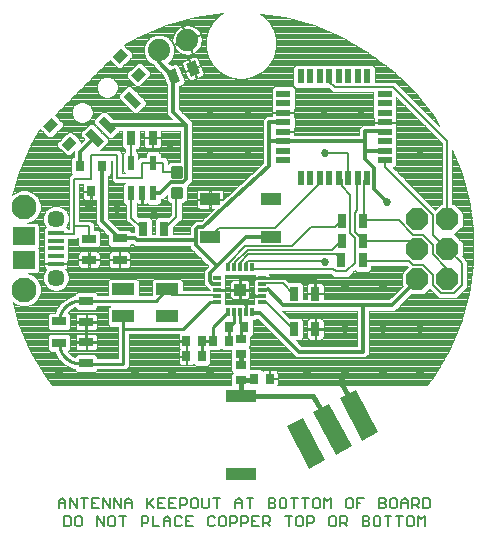
<source format=gtl>
G75*
%MOIN*%
%OFA0B0*%
%FSLAX25Y25*%
%IPPOS*%
%LPD*%
%AMOC8*
5,1,8,0,0,1.08239X$1,22.5*
%
%ADD10C,0.00600*%
%ADD11R,0.05000X0.02200*%
%ADD12R,0.02200X0.05000*%
%ADD13R,0.03150X0.03543*%
%ADD14R,0.06500X0.03937*%
%ADD15R,0.03150X0.04724*%
%ADD16R,0.04724X0.03150*%
%ADD17C,0.07400*%
%ADD18R,0.02165X0.04724*%
%ADD19C,0.05709*%
%ADD20R,0.05315X0.01575*%
%ADD21R,0.07480X0.05906*%
%ADD22C,0.08268*%
%ADD23R,0.10000X0.04000*%
%ADD24R,0.03937X0.03937*%
%ADD25R,0.02559X0.01181*%
%ADD26R,0.01181X0.02559*%
%ADD27OC8,0.07400*%
%ADD28R,0.03937X0.03150*%
%ADD29R,0.02756X0.05906*%
%ADD30R,0.07480X0.04331*%
%ADD31C,0.01181*%
%ADD32R,0.02756X0.03543*%
%ADD33R,0.03543X0.02756*%
%ADD34R,0.06000X0.16000*%
%ADD35C,0.00394*%
%ADD36C,0.01000*%
%ADD37C,0.02700*%
%ADD38C,0.01600*%
%ADD39C,0.01200*%
D10*
X0024132Y0008633D02*
X0024132Y0010902D01*
X0025266Y0012036D01*
X0026401Y0010902D01*
X0026401Y0008633D01*
X0027815Y0008633D02*
X0027815Y0012036D01*
X0030084Y0008633D01*
X0030084Y0012036D01*
X0031498Y0012036D02*
X0033767Y0012036D01*
X0032633Y0012036D02*
X0032633Y0008633D01*
X0035182Y0008633D02*
X0037450Y0008633D01*
X0038865Y0008633D02*
X0038865Y0012036D01*
X0041133Y0008633D01*
X0041133Y0012036D01*
X0042548Y0012036D02*
X0044816Y0008633D01*
X0044816Y0012036D01*
X0046231Y0010902D02*
X0047365Y0012036D01*
X0048500Y0010902D01*
X0048500Y0008633D01*
X0048500Y0010335D02*
X0046231Y0010335D01*
X0046231Y0010902D02*
X0046231Y0008633D01*
X0046658Y0006036D02*
X0044389Y0006036D01*
X0045524Y0006036D02*
X0045524Y0002633D01*
X0042975Y0003200D02*
X0042975Y0005469D01*
X0042408Y0006036D01*
X0041273Y0006036D01*
X0040706Y0005469D01*
X0040706Y0003200D01*
X0041273Y0002633D01*
X0042408Y0002633D01*
X0042975Y0003200D01*
X0039292Y0002633D02*
X0039292Y0006036D01*
X0037023Y0006036D02*
X0037023Y0002633D01*
X0039292Y0002633D02*
X0037023Y0006036D01*
X0035182Y0008633D02*
X0035182Y0012036D01*
X0037450Y0012036D01*
X0036316Y0010335D02*
X0035182Y0010335D01*
X0031358Y0006036D02*
X0031925Y0005469D01*
X0031925Y0003200D01*
X0031358Y0002633D01*
X0030224Y0002633D01*
X0029657Y0003200D01*
X0029657Y0005469D01*
X0030224Y0006036D01*
X0031358Y0006036D01*
X0028242Y0005469D02*
X0028242Y0003200D01*
X0027675Y0002633D01*
X0025974Y0002633D01*
X0025974Y0006036D01*
X0027675Y0006036D01*
X0028242Y0005469D01*
X0026401Y0010335D02*
X0024132Y0010335D01*
X0042548Y0008633D02*
X0042548Y0012036D01*
X0051756Y0006036D02*
X0051756Y0002633D01*
X0051756Y0003768D02*
X0053457Y0003768D01*
X0054024Y0004335D01*
X0054024Y0005469D01*
X0053457Y0006036D01*
X0051756Y0006036D01*
X0053597Y0008633D02*
X0053597Y0012036D01*
X0054164Y0010335D02*
X0055866Y0008633D01*
X0057280Y0008633D02*
X0059549Y0008633D01*
X0060964Y0008633D02*
X0063232Y0008633D01*
X0064647Y0008633D02*
X0064647Y0012036D01*
X0066348Y0012036D01*
X0066915Y0011469D01*
X0066915Y0010335D01*
X0066348Y0009768D01*
X0064647Y0009768D01*
X0063232Y0012036D02*
X0060964Y0012036D01*
X0060964Y0008633D01*
X0060964Y0010335D02*
X0062098Y0010335D01*
X0059549Y0012036D02*
X0057280Y0012036D01*
X0057280Y0008633D01*
X0057280Y0010335D02*
X0058415Y0010335D01*
X0055866Y0012036D02*
X0053597Y0009768D01*
X0055439Y0006036D02*
X0055439Y0002633D01*
X0057707Y0002633D01*
X0059122Y0002633D02*
X0059122Y0004902D01*
X0060256Y0006036D01*
X0061391Y0004902D01*
X0061391Y0002633D01*
X0062805Y0003200D02*
X0063372Y0002633D01*
X0064507Y0002633D01*
X0065074Y0003200D01*
X0066488Y0002633D02*
X0068757Y0002633D01*
X0067623Y0004335D02*
X0066488Y0004335D01*
X0066488Y0006036D02*
X0066488Y0002633D01*
X0065074Y0005469D02*
X0064507Y0006036D01*
X0063372Y0006036D01*
X0062805Y0005469D01*
X0062805Y0003200D01*
X0061391Y0004335D02*
X0059122Y0004335D01*
X0066488Y0006036D02*
X0068757Y0006036D01*
X0068897Y0008633D02*
X0070031Y0008633D01*
X0070598Y0009200D01*
X0070598Y0011469D01*
X0070031Y0012036D01*
X0068897Y0012036D01*
X0068330Y0011469D01*
X0068330Y0009200D01*
X0068897Y0008633D01*
X0072013Y0009200D02*
X0072013Y0012036D01*
X0074282Y0012036D02*
X0074282Y0009200D01*
X0073714Y0008633D01*
X0072580Y0008633D01*
X0072013Y0009200D01*
X0074422Y0006036D02*
X0073855Y0005469D01*
X0073855Y0003200D01*
X0074422Y0002633D01*
X0075556Y0002633D01*
X0076123Y0003200D01*
X0077538Y0003200D02*
X0078105Y0002633D01*
X0079239Y0002633D01*
X0079806Y0003200D01*
X0079806Y0005469D01*
X0079239Y0006036D01*
X0078105Y0006036D01*
X0077538Y0005469D01*
X0077538Y0003200D01*
X0076123Y0005469D02*
X0075556Y0006036D01*
X0074422Y0006036D01*
X0076830Y0008633D02*
X0076830Y0012036D01*
X0075696Y0012036D02*
X0077965Y0012036D01*
X0083062Y0010902D02*
X0083062Y0008633D01*
X0083062Y0010335D02*
X0085331Y0010335D01*
X0085331Y0010902D02*
X0084197Y0012036D01*
X0083062Y0010902D01*
X0085331Y0010902D02*
X0085331Y0008633D01*
X0084904Y0006036D02*
X0086605Y0006036D01*
X0087173Y0005469D01*
X0087173Y0004335D01*
X0086605Y0003768D01*
X0084904Y0003768D01*
X0084904Y0002633D02*
X0084904Y0006036D01*
X0083490Y0005469D02*
X0083490Y0004335D01*
X0082922Y0003768D01*
X0081221Y0003768D01*
X0081221Y0002633D02*
X0081221Y0006036D01*
X0082922Y0006036D01*
X0083490Y0005469D01*
X0088587Y0006036D02*
X0088587Y0002633D01*
X0090856Y0002633D01*
X0092270Y0002633D02*
X0092270Y0006036D01*
X0093972Y0006036D01*
X0094539Y0005469D01*
X0094539Y0004335D01*
X0093972Y0003768D01*
X0092270Y0003768D01*
X0093405Y0003768D02*
X0094539Y0002633D01*
X0090856Y0006036D02*
X0088587Y0006036D01*
X0088587Y0004335D02*
X0089721Y0004335D01*
X0087880Y0008633D02*
X0087880Y0012036D01*
X0086746Y0012036D02*
X0089014Y0012036D01*
X0094112Y0012036D02*
X0094112Y0008633D01*
X0095813Y0008633D01*
X0096381Y0009200D01*
X0096381Y0009768D01*
X0095813Y0010335D01*
X0094112Y0010335D01*
X0094112Y0012036D02*
X0095813Y0012036D01*
X0096381Y0011469D01*
X0096381Y0010902D01*
X0095813Y0010335D01*
X0097795Y0011469D02*
X0097795Y0009200D01*
X0098362Y0008633D01*
X0099497Y0008633D01*
X0100064Y0009200D01*
X0100064Y0011469D01*
X0099497Y0012036D01*
X0098362Y0012036D01*
X0097795Y0011469D01*
X0101478Y0012036D02*
X0103747Y0012036D01*
X0102612Y0012036D02*
X0102612Y0008633D01*
X0101905Y0006036D02*
X0099637Y0006036D01*
X0100771Y0006036D02*
X0100771Y0002633D01*
X0103320Y0003200D02*
X0103320Y0005469D01*
X0103887Y0006036D01*
X0105021Y0006036D01*
X0105588Y0005469D01*
X0105588Y0003200D01*
X0105021Y0002633D01*
X0103887Y0002633D01*
X0103320Y0003200D01*
X0107003Y0002633D02*
X0107003Y0006036D01*
X0108704Y0006036D01*
X0109272Y0005469D01*
X0109272Y0004335D01*
X0108704Y0003768D01*
X0107003Y0003768D01*
X0106296Y0008633D02*
X0106296Y0012036D01*
X0107430Y0012036D02*
X0105161Y0012036D01*
X0108844Y0011469D02*
X0108844Y0009200D01*
X0109412Y0008633D01*
X0110546Y0008633D01*
X0111113Y0009200D01*
X0111113Y0011469D01*
X0110546Y0012036D01*
X0109412Y0012036D01*
X0108844Y0011469D01*
X0112528Y0012036D02*
X0112528Y0008633D01*
X0114796Y0008633D02*
X0114796Y0012036D01*
X0113662Y0010902D01*
X0112528Y0012036D01*
X0114936Y0006036D02*
X0114369Y0005469D01*
X0114369Y0003200D01*
X0114936Y0002633D01*
X0116071Y0002633D01*
X0116638Y0003200D01*
X0116638Y0005469D01*
X0116071Y0006036D01*
X0114936Y0006036D01*
X0118052Y0006036D02*
X0119754Y0006036D01*
X0120321Y0005469D01*
X0120321Y0004335D01*
X0119754Y0003768D01*
X0118052Y0003768D01*
X0119187Y0003768D02*
X0120321Y0002633D01*
X0118052Y0002633D02*
X0118052Y0006036D01*
X0120461Y0008633D02*
X0119894Y0009200D01*
X0119894Y0011469D01*
X0120461Y0012036D01*
X0121595Y0012036D01*
X0122163Y0011469D01*
X0122163Y0009200D01*
X0121595Y0008633D01*
X0120461Y0008633D01*
X0123577Y0008633D02*
X0123577Y0012036D01*
X0125846Y0012036D01*
X0124711Y0010335D02*
X0123577Y0010335D01*
X0125419Y0006036D02*
X0127120Y0006036D01*
X0127687Y0005469D01*
X0127687Y0004902D01*
X0127120Y0004335D01*
X0125419Y0004335D01*
X0127120Y0004335D02*
X0127687Y0003768D01*
X0127687Y0003200D01*
X0127120Y0002633D01*
X0125419Y0002633D01*
X0125419Y0006036D01*
X0129102Y0005469D02*
X0129102Y0003200D01*
X0129669Y0002633D01*
X0130803Y0002633D01*
X0131370Y0003200D01*
X0131370Y0005469D01*
X0130803Y0006036D01*
X0129669Y0006036D01*
X0129102Y0005469D01*
X0130943Y0008633D02*
X0132645Y0008633D01*
X0133212Y0009200D01*
X0133212Y0009768D01*
X0132645Y0010335D01*
X0130943Y0010335D01*
X0130943Y0012036D02*
X0130943Y0008633D01*
X0132645Y0010335D02*
X0133212Y0010902D01*
X0133212Y0011469D01*
X0132645Y0012036D01*
X0130943Y0012036D01*
X0134627Y0011469D02*
X0134627Y0009200D01*
X0135194Y0008633D01*
X0136328Y0008633D01*
X0136895Y0009200D01*
X0136895Y0011469D01*
X0136328Y0012036D01*
X0135194Y0012036D01*
X0134627Y0011469D01*
X0138310Y0010902D02*
X0138310Y0008633D01*
X0138310Y0010335D02*
X0140578Y0010335D01*
X0140578Y0010902D02*
X0139444Y0012036D01*
X0138310Y0010902D01*
X0140578Y0010902D02*
X0140578Y0008633D01*
X0141993Y0008633D02*
X0141993Y0012036D01*
X0143694Y0012036D01*
X0144261Y0011469D01*
X0144261Y0010335D01*
X0143694Y0009768D01*
X0141993Y0009768D01*
X0143127Y0009768D02*
X0144261Y0008633D01*
X0145676Y0008633D02*
X0147377Y0008633D01*
X0147945Y0009200D01*
X0147945Y0011469D01*
X0147377Y0012036D01*
X0145676Y0012036D01*
X0145676Y0008633D01*
X0146103Y0006036D02*
X0146103Y0002633D01*
X0143834Y0002633D02*
X0143834Y0006036D01*
X0144969Y0004902D01*
X0146103Y0006036D01*
X0142420Y0005469D02*
X0142420Y0003200D01*
X0141853Y0002633D01*
X0140718Y0002633D01*
X0140151Y0003200D01*
X0140151Y0005469D01*
X0140718Y0006036D01*
X0141853Y0006036D01*
X0142420Y0005469D01*
X0138737Y0006036D02*
X0136468Y0006036D01*
X0137602Y0006036D02*
X0137602Y0002633D01*
X0133919Y0002633D02*
X0133919Y0006036D01*
X0132785Y0006036D02*
X0135054Y0006036D01*
X0102587Y0068357D02*
X0102194Y0068357D01*
X0093335Y0077215D01*
X0092351Y0077215D01*
X0091962Y0077531D01*
X0091962Y0083436D02*
X0092351Y0083613D01*
X0098749Y0083613D01*
X0102194Y0080168D01*
X0102587Y0080168D01*
X0101482Y0091132D02*
X0112786Y0091184D01*
X0112824Y0090798D01*
X0115481Y0088534D02*
X0116465Y0087550D01*
X0119910Y0087550D01*
X0122863Y0090503D01*
X0122863Y0098869D01*
X0121387Y0100345D01*
X0121387Y0113140D01*
X0118434Y0116093D01*
X0118434Y0118062D01*
X0117942Y0118554D01*
X0117480Y0118836D01*
X0120629Y0118836D02*
X0120629Y0126982D01*
X0112824Y0127018D01*
X0111180Y0118836D02*
X0111082Y0118732D01*
X0111082Y0116932D01*
X0096082Y0101932D01*
X0077482Y0101932D01*
X0074782Y0099232D01*
X0074579Y0099035D01*
X0080540Y0090503D02*
X0080782Y0090532D01*
X0086182Y0095932D01*
X0101782Y0095932D01*
X0107482Y0101632D01*
X0107607Y0101822D01*
X0108099Y0102314D01*
X0108099Y0102232D01*
X0116182Y0102232D01*
X0118282Y0104332D01*
X0118407Y0104472D01*
X0122782Y0107032D02*
X0122782Y0100732D01*
X0125482Y0098032D01*
X0125525Y0097867D01*
X0125782Y0097732D01*
X0140782Y0097732D01*
X0143482Y0095032D01*
X0143725Y0094976D01*
X0140782Y0091132D02*
X0142282Y0089632D01*
X0145582Y0089632D01*
X0148882Y0086332D01*
X0148882Y0083032D01*
X0151582Y0080332D01*
X0155782Y0080332D01*
X0158482Y0083032D01*
X0158482Y0090232D01*
X0153982Y0094732D01*
X0153725Y0094976D01*
X0153682Y0095032D01*
X0148882Y0099832D01*
X0148882Y0106432D01*
X0132982Y0122332D01*
X0132982Y0124432D01*
X0132805Y0124713D01*
X0126928Y0118836D02*
X0126682Y0118732D01*
X0125782Y0117832D01*
X0125782Y0104632D01*
X0125494Y0104472D01*
X0126082Y0104632D01*
X0137482Y0104632D01*
X0142282Y0099832D01*
X0145582Y0099832D01*
X0148882Y0096532D01*
X0148882Y0093232D01*
X0153682Y0088432D01*
X0153725Y0084976D01*
X0153682Y0085132D01*
X0153682Y0088432D01*
X0140782Y0091132D02*
X0125482Y0091132D01*
X0125410Y0091268D01*
X0118323Y0091268D02*
X0118282Y0091432D01*
X0116482Y0093232D01*
X0087382Y0093232D01*
X0084682Y0090532D01*
X0084682Y0089032D01*
X0084482Y0088948D01*
X0086450Y0088948D02*
X0086450Y0090409D01*
X0086482Y0090532D01*
X0087082Y0091132D01*
X0101482Y0091132D01*
X0088906Y0088534D02*
X0088419Y0088948D01*
X0088906Y0088534D02*
X0115481Y0088534D01*
X0115282Y0094732D02*
X0118282Y0097732D01*
X0118439Y0097867D01*
X0115282Y0094732D02*
X0087082Y0094732D01*
X0082582Y0090232D01*
X0082582Y0089032D01*
X0082513Y0088948D01*
X0080545Y0088948D02*
X0080540Y0089026D01*
X0080540Y0090503D01*
X0076603Y0079676D02*
X0077002Y0079499D01*
X0076603Y0079676D02*
X0061839Y0079676D01*
X0060363Y0081152D01*
X0060279Y0081624D01*
X0059281Y0101853D02*
X0059482Y0101932D01*
X0063382Y0105832D01*
X0063382Y0113632D01*
X0063477Y0113645D01*
X0063477Y0120550D02*
X0063382Y0120832D01*
X0058887Y0120832D01*
X0058882Y0120832D01*
X0058887Y0120832D02*
X0058887Y0123869D01*
X0055882Y0123869D01*
X0055882Y0123832D01*
X0055616Y0123867D01*
X0055582Y0123832D01*
X0055582Y0123869D01*
X0051800Y0123869D01*
X0051800Y0118751D01*
X0043532Y0118751D01*
X0043532Y0126231D01*
X0034871Y0126231D01*
X0034871Y0118357D01*
X0029359Y0118357D01*
X0029359Y0102609D01*
X0034083Y0102609D01*
X0034083Y0098542D01*
X0034214Y0098542D01*
X0033982Y0098932D01*
X0033982Y0098632D02*
X0034214Y0098542D01*
X0029359Y0100132D02*
X0029359Y0102609D01*
X0029359Y0100132D02*
X0023482Y0100132D01*
X0023194Y0100419D01*
X0048382Y0105532D02*
X0051982Y0101932D01*
X0052194Y0101853D01*
X0048382Y0105532D02*
X0048382Y0113332D01*
X0048136Y0113630D01*
X0048136Y0123867D02*
X0048082Y0124132D01*
X0048082Y0131932D01*
X0048329Y0132188D01*
X0114382Y0150832D02*
X0116182Y0149032D01*
X0135682Y0149032D01*
X0153682Y0131032D01*
X0153682Y0105232D01*
X0153725Y0104976D01*
X0123682Y0107932D02*
X0122782Y0107032D01*
X0123682Y0107932D02*
X0123682Y0118732D01*
X0123779Y0118836D01*
X0114382Y0150832D02*
X0114382Y0152632D01*
X0114330Y0152636D01*
D11*
X0099005Y0146760D03*
X0099005Y0143610D03*
X0099005Y0140461D03*
X0099005Y0137311D03*
X0099005Y0134161D03*
X0099005Y0131012D03*
X0099005Y0127862D03*
X0099005Y0124713D03*
X0132805Y0124713D03*
X0132805Y0127862D03*
X0132805Y0131012D03*
X0132805Y0134161D03*
X0132805Y0137311D03*
X0132805Y0140461D03*
X0132805Y0143610D03*
X0132805Y0146760D03*
D12*
X0126928Y0152636D03*
X0123779Y0152636D03*
X0120629Y0152636D03*
X0117480Y0152636D03*
X0114330Y0152636D03*
X0111180Y0152636D03*
X0108031Y0152636D03*
X0104881Y0152636D03*
X0104881Y0118836D03*
X0108031Y0118836D03*
X0111180Y0118836D03*
X0114330Y0118836D03*
X0117480Y0118836D03*
X0120629Y0118836D03*
X0123779Y0118836D03*
X0126928Y0118836D03*
D13*
X0038652Y0122585D03*
X0031171Y0122585D03*
X0034912Y0114317D03*
D14*
X0074579Y0111633D03*
X0074579Y0099035D03*
X0094870Y0099035D03*
X0094870Y0111633D03*
D15*
X0118407Y0104472D03*
X0118439Y0097867D03*
X0118323Y0091268D03*
X0125410Y0091268D03*
X0125525Y0097867D03*
X0125494Y0104472D03*
X0109674Y0080168D03*
X0102587Y0080168D03*
X0102587Y0068357D03*
X0109674Y0068357D03*
X0059281Y0101853D03*
X0052194Y0101853D03*
X0055416Y0132188D03*
X0048329Y0132188D03*
G36*
X0059947Y0154088D02*
X0062857Y0155293D01*
X0064665Y0150930D01*
X0061755Y0149725D01*
X0059947Y0154088D01*
G37*
G36*
X0066494Y0156800D02*
X0069404Y0158005D01*
X0071212Y0153642D01*
X0068302Y0152437D01*
X0066494Y0156800D01*
G37*
D16*
X0044469Y0098552D03*
X0044469Y0091465D03*
X0034214Y0091456D03*
X0034214Y0098542D03*
X0033296Y0077806D03*
X0033296Y0070719D03*
X0033296Y0064026D03*
X0033296Y0056940D03*
X0024275Y0063801D03*
X0024275Y0070888D03*
D17*
X0057559Y0161306D03*
X0066950Y0164742D03*
D18*
X0055616Y0123867D03*
X0048136Y0123867D03*
X0048136Y0113630D03*
X0051876Y0113630D03*
X0055616Y0113630D03*
D19*
X0023194Y0105144D03*
X0023194Y0085459D03*
D20*
X0023194Y0090183D03*
X0023194Y0092742D03*
X0023194Y0095301D03*
X0023194Y0097860D03*
X0023194Y0100419D03*
D21*
X0012564Y0099238D03*
X0012564Y0091364D03*
D22*
X0012605Y0081524D03*
X0012559Y0109096D03*
D23*
X0084875Y0046193D03*
X0084875Y0020193D03*
D24*
X0084482Y0081468D03*
D25*
X0091962Y0081468D03*
X0091962Y0083436D03*
X0091962Y0085405D03*
X0091962Y0079499D03*
X0091962Y0077531D03*
X0077002Y0077531D03*
X0077002Y0079499D03*
X0077002Y0081468D03*
X0077002Y0083436D03*
X0077002Y0085405D03*
D26*
X0080545Y0088948D03*
X0082513Y0088948D03*
X0084482Y0088948D03*
X0086450Y0088948D03*
X0088419Y0088948D03*
X0088419Y0073988D03*
X0086450Y0073988D03*
X0084482Y0073988D03*
X0082513Y0073988D03*
X0080545Y0073988D03*
D27*
X0143725Y0084976D03*
X0143725Y0094976D03*
X0153725Y0094976D03*
X0153725Y0084976D03*
X0153725Y0104976D03*
X0143725Y0104976D03*
D28*
G36*
X0048226Y0152976D02*
X0051008Y0155758D01*
X0053236Y0153530D01*
X0050454Y0150748D01*
X0048226Y0152976D01*
G37*
G36*
X0042102Y0159100D02*
X0044884Y0161882D01*
X0047112Y0159654D01*
X0044330Y0156872D01*
X0042102Y0159100D01*
G37*
G36*
X0018996Y0135994D02*
X0021778Y0138776D01*
X0024006Y0136548D01*
X0021224Y0133766D01*
X0018996Y0135994D01*
G37*
G36*
X0025120Y0129869D02*
X0027902Y0132651D01*
X0030130Y0130423D01*
X0027348Y0127641D01*
X0025120Y0129869D01*
G37*
D29*
G36*
X0033054Y0133347D02*
X0035003Y0135296D01*
X0039178Y0131121D01*
X0037229Y0129172D01*
X0033054Y0133347D01*
G37*
G36*
X0037230Y0137523D02*
X0039179Y0139472D01*
X0043354Y0135297D01*
X0041405Y0133348D01*
X0037230Y0137523D01*
G37*
G36*
X0045581Y0145875D02*
X0047530Y0147824D01*
X0051705Y0143649D01*
X0049756Y0141700D01*
X0045581Y0145875D01*
G37*
D30*
X0045713Y0081624D03*
X0045713Y0072569D03*
X0060279Y0072569D03*
X0060279Y0081624D03*
D31*
X0062099Y0115023D02*
X0064855Y0115023D01*
X0064855Y0112267D01*
X0062099Y0112267D01*
X0062099Y0115023D01*
X0062099Y0113447D02*
X0064855Y0113447D01*
X0064855Y0114627D02*
X0062099Y0114627D01*
X0062099Y0121928D02*
X0064855Y0121928D01*
X0064855Y0119172D01*
X0062099Y0119172D01*
X0062099Y0121928D01*
X0062099Y0120352D02*
X0064855Y0120352D01*
X0064855Y0121532D02*
X0062099Y0121532D01*
D32*
X0080930Y0068951D03*
X0080737Y0064420D03*
X0075619Y0064420D03*
X0071808Y0064381D03*
X0066690Y0064381D03*
X0066686Y0059259D03*
X0071804Y0059259D03*
X0086048Y0068951D03*
X0089398Y0051822D03*
X0094517Y0051822D03*
D33*
X0084871Y0051231D03*
X0084871Y0056349D03*
X0084871Y0059892D03*
X0084871Y0065010D03*
D34*
G36*
X0121753Y0029231D02*
X0116451Y0026424D01*
X0108965Y0040563D01*
X0114267Y0043370D01*
X0121753Y0029231D01*
G37*
G36*
X0130590Y0033910D02*
X0125288Y0031103D01*
X0117802Y0045242D01*
X0123104Y0048049D01*
X0130590Y0033910D01*
G37*
G36*
X0112915Y0024551D02*
X0107613Y0021744D01*
X0100127Y0035883D01*
X0105429Y0038690D01*
X0112915Y0024551D01*
G37*
D35*
X0097054Y0049752D02*
X0097091Y0049892D01*
X0097091Y0051625D01*
X0094713Y0051625D01*
X0094713Y0052018D01*
X0094320Y0052018D01*
X0094320Y0054790D01*
X0092981Y0054790D01*
X0092677Y0054708D01*
X0092404Y0054551D01*
X0092181Y0054328D01*
X0092121Y0054224D01*
X0091355Y0054990D01*
X0088039Y0054990D01*
X0088039Y0061849D01*
X0087437Y0062451D01*
X0088039Y0063054D01*
X0088039Y0065818D01*
X0088823Y0066601D01*
X0088823Y0071302D01*
X0088813Y0071311D01*
X0089588Y0071311D01*
X0090050Y0071773D01*
X0090441Y0071773D01*
X0102165Y0060050D01*
X0103335Y0058880D01*
X0126249Y0058880D01*
X0127419Y0060050D01*
X0127419Y0074234D01*
X0135993Y0074234D01*
X0137163Y0075404D01*
X0141639Y0079879D01*
X0145837Y0079879D01*
X0147736Y0081778D01*
X0149885Y0079629D01*
X0150879Y0078635D01*
X0156485Y0078635D01*
X0159185Y0081335D01*
X0160179Y0082329D01*
X0160179Y0090935D01*
X0158535Y0092578D01*
X0158822Y0092865D01*
X0158822Y0097087D01*
X0155933Y0099976D01*
X0158822Y0102865D01*
X0158822Y0107087D01*
X0155837Y0110073D01*
X0155379Y0110073D01*
X0155379Y0128000D01*
X0158321Y0121025D01*
X0161011Y0111161D01*
X0162367Y0101028D01*
X0162367Y0090804D01*
X0161011Y0080671D01*
X0158321Y0070807D01*
X0154347Y0061387D01*
X0149158Y0052578D01*
X0146957Y0049774D01*
X0097054Y0049752D01*
X0097091Y0049943D02*
X0147090Y0049943D01*
X0147398Y0050335D02*
X0097091Y0050335D01*
X0097091Y0050727D02*
X0147706Y0050727D01*
X0148014Y0051120D02*
X0097091Y0051120D01*
X0097091Y0051512D02*
X0148322Y0051512D01*
X0148629Y0051904D02*
X0094713Y0051904D01*
X0094713Y0052018D02*
X0097091Y0052018D01*
X0097091Y0053751D01*
X0097010Y0054055D01*
X0096852Y0054328D01*
X0096629Y0054551D01*
X0096356Y0054708D01*
X0096052Y0054790D01*
X0094713Y0054790D01*
X0094713Y0052018D01*
X0094713Y0052296D02*
X0094320Y0052296D01*
X0094320Y0052689D02*
X0094713Y0052689D01*
X0094713Y0053081D02*
X0094320Y0053081D01*
X0094320Y0053473D02*
X0094713Y0053473D01*
X0094713Y0053865D02*
X0094320Y0053865D01*
X0094320Y0054257D02*
X0094713Y0054257D01*
X0094713Y0054650D02*
X0094320Y0054650D01*
X0092575Y0054650D02*
X0091695Y0054650D01*
X0092088Y0054257D02*
X0092140Y0054257D01*
X0088039Y0055042D02*
X0150610Y0055042D01*
X0150841Y0055434D02*
X0088039Y0055434D01*
X0088039Y0055826D02*
X0151072Y0055826D01*
X0151303Y0056218D02*
X0088039Y0056218D01*
X0088039Y0056611D02*
X0151534Y0056611D01*
X0151765Y0057003D02*
X0088039Y0057003D01*
X0088039Y0057395D02*
X0151996Y0057395D01*
X0152227Y0057787D02*
X0088039Y0057787D01*
X0088039Y0058179D02*
X0152458Y0058179D01*
X0152689Y0058572D02*
X0088039Y0058572D01*
X0088039Y0058964D02*
X0103251Y0058964D01*
X0102859Y0059356D02*
X0088039Y0059356D01*
X0088039Y0059748D02*
X0102467Y0059748D01*
X0102074Y0060141D02*
X0088039Y0060141D01*
X0088039Y0060533D02*
X0101682Y0060533D01*
X0101290Y0060925D02*
X0088039Y0060925D01*
X0088039Y0061317D02*
X0100898Y0061317D01*
X0100505Y0061709D02*
X0088039Y0061709D01*
X0087787Y0062102D02*
X0100113Y0062102D01*
X0099721Y0062494D02*
X0087479Y0062494D01*
X0087871Y0062886D02*
X0099329Y0062886D01*
X0098937Y0063278D02*
X0088039Y0063278D01*
X0088039Y0063670D02*
X0098544Y0063670D01*
X0098152Y0064063D02*
X0088039Y0064063D01*
X0088039Y0064455D02*
X0097760Y0064455D01*
X0097368Y0064847D02*
X0088039Y0064847D01*
X0088039Y0065239D02*
X0096976Y0065239D01*
X0096583Y0065632D02*
X0088039Y0065632D01*
X0088245Y0066024D02*
X0096191Y0066024D01*
X0095799Y0066416D02*
X0088637Y0066416D01*
X0088823Y0066808D02*
X0095407Y0066808D01*
X0095015Y0067200D02*
X0088823Y0067200D01*
X0088823Y0067593D02*
X0094622Y0067593D01*
X0094230Y0067985D02*
X0088823Y0067985D01*
X0088823Y0068377D02*
X0093838Y0068377D01*
X0093446Y0068769D02*
X0088823Y0068769D01*
X0088823Y0069161D02*
X0093053Y0069161D01*
X0092661Y0069554D02*
X0088823Y0069554D01*
X0088823Y0069946D02*
X0092269Y0069946D01*
X0091877Y0070338D02*
X0088823Y0070338D01*
X0088823Y0070730D02*
X0091485Y0070730D01*
X0091092Y0071122D02*
X0088823Y0071122D01*
X0089792Y0071515D02*
X0090700Y0071515D01*
X0089286Y0076664D02*
X0087250Y0076664D01*
X0087050Y0076464D01*
X0086549Y0076464D01*
X0086549Y0075963D01*
X0086450Y0075865D01*
X0086352Y0075963D01*
X0086352Y0076464D01*
X0085851Y0076464D01*
X0085651Y0076664D01*
X0079678Y0076664D01*
X0079678Y0080668D01*
X0079478Y0080868D01*
X0079478Y0081369D01*
X0078977Y0081369D01*
X0078879Y0081468D01*
X0078977Y0081566D01*
X0079478Y0081566D01*
X0079478Y0082067D01*
X0079678Y0082267D01*
X0079678Y0086272D01*
X0089518Y0086272D01*
X0089486Y0086153D01*
X0089486Y0085503D01*
X0091864Y0085503D01*
X0091864Y0085424D01*
X0090104Y0085424D01*
X0089987Y0085306D01*
X0089486Y0085306D01*
X0089486Y0084805D01*
X0089286Y0084605D01*
X0089286Y0080299D01*
X0089486Y0080099D01*
X0089486Y0079598D01*
X0089987Y0079598D01*
X0090085Y0079499D01*
X0089987Y0079401D01*
X0089486Y0079401D01*
X0089486Y0078900D01*
X0089286Y0078700D01*
X0089286Y0076664D01*
X0089286Y0077006D02*
X0079678Y0077006D01*
X0079678Y0077398D02*
X0089286Y0077398D01*
X0089286Y0077790D02*
X0079678Y0077790D01*
X0079678Y0078182D02*
X0089286Y0078182D01*
X0089286Y0078575D02*
X0087218Y0078575D01*
X0087185Y0078542D02*
X0087408Y0078764D01*
X0087566Y0079037D01*
X0087647Y0079342D01*
X0087647Y0081271D01*
X0084679Y0081271D01*
X0084679Y0081665D01*
X0084285Y0081665D01*
X0084285Y0084633D01*
X0082356Y0084633D01*
X0082051Y0084552D01*
X0081778Y0084394D01*
X0081556Y0084171D01*
X0081398Y0083898D01*
X0081317Y0083594D01*
X0081317Y0081665D01*
X0084285Y0081665D01*
X0084285Y0081271D01*
X0081317Y0081271D01*
X0081317Y0079342D01*
X0081398Y0079037D01*
X0081556Y0078764D01*
X0081778Y0078542D01*
X0082051Y0078384D01*
X0082356Y0078302D01*
X0084285Y0078302D01*
X0084285Y0081271D01*
X0084679Y0081271D01*
X0084679Y0078302D01*
X0086608Y0078302D01*
X0086912Y0078384D01*
X0087185Y0078542D01*
X0087525Y0078967D02*
X0089486Y0078967D01*
X0089486Y0079359D02*
X0087647Y0079359D01*
X0087647Y0079751D02*
X0089486Y0079751D01*
X0089441Y0080143D02*
X0087647Y0080143D01*
X0087647Y0080536D02*
X0089286Y0080536D01*
X0089286Y0080928D02*
X0087647Y0080928D01*
X0087647Y0081665D02*
X0087647Y0083594D01*
X0087566Y0083898D01*
X0087408Y0084171D01*
X0087185Y0084394D01*
X0086912Y0084552D01*
X0086608Y0084633D01*
X0084679Y0084633D01*
X0084679Y0081665D01*
X0087647Y0081665D01*
X0087647Y0081712D02*
X0089286Y0081712D01*
X0089286Y0081320D02*
X0084679Y0081320D01*
X0084679Y0081712D02*
X0084285Y0081712D01*
X0084285Y0081320D02*
X0079478Y0081320D01*
X0079478Y0081712D02*
X0081317Y0081712D01*
X0081317Y0082104D02*
X0079515Y0082104D01*
X0079678Y0082497D02*
X0081317Y0082497D01*
X0081317Y0082889D02*
X0079678Y0082889D01*
X0079678Y0083281D02*
X0081317Y0083281D01*
X0081338Y0083673D02*
X0079678Y0083673D01*
X0079678Y0084065D02*
X0081495Y0084065D01*
X0081889Y0084458D02*
X0079678Y0084458D01*
X0079678Y0084850D02*
X0089486Y0084850D01*
X0089486Y0085242D02*
X0079678Y0085242D01*
X0079678Y0085634D02*
X0089486Y0085634D01*
X0089486Y0086027D02*
X0079678Y0086027D01*
X0084285Y0084458D02*
X0084679Y0084458D01*
X0084679Y0084065D02*
X0084285Y0084065D01*
X0084285Y0083673D02*
X0084679Y0083673D01*
X0084679Y0083281D02*
X0084285Y0083281D01*
X0084285Y0082889D02*
X0084679Y0082889D01*
X0084679Y0082497D02*
X0084285Y0082497D01*
X0084285Y0082104D02*
X0084679Y0082104D01*
X0084679Y0080928D02*
X0084285Y0080928D01*
X0084285Y0080536D02*
X0084679Y0080536D01*
X0084679Y0080143D02*
X0084285Y0080143D01*
X0084285Y0079751D02*
X0084679Y0079751D01*
X0084679Y0079359D02*
X0084285Y0079359D01*
X0084285Y0078967D02*
X0084679Y0078967D01*
X0084679Y0078575D02*
X0084285Y0078575D01*
X0085701Y0076613D02*
X0087199Y0076613D01*
X0086549Y0076221D02*
X0086352Y0076221D01*
X0081746Y0078575D02*
X0079678Y0078575D01*
X0079678Y0078967D02*
X0081439Y0078967D01*
X0081317Y0079359D02*
X0079678Y0079359D01*
X0079678Y0079751D02*
X0081317Y0079751D01*
X0081317Y0080143D02*
X0079678Y0080143D01*
X0079678Y0080536D02*
X0081317Y0080536D01*
X0081317Y0080928D02*
X0079478Y0080928D01*
X0074517Y0081373D02*
X0065416Y0081373D01*
X0065416Y0084368D01*
X0064598Y0085187D01*
X0055961Y0085187D01*
X0055142Y0084368D01*
X0055142Y0079703D01*
X0050850Y0079703D01*
X0050850Y0084368D01*
X0050031Y0085187D01*
X0041394Y0085187D01*
X0040576Y0084368D01*
X0040576Y0079703D01*
X0037055Y0079703D01*
X0037055Y0079959D01*
X0036237Y0080777D01*
X0030355Y0080777D01*
X0029537Y0079959D01*
X0029537Y0079618D01*
X0027142Y0078840D01*
X0024883Y0077198D01*
X0023241Y0074940D01*
X0023241Y0074940D01*
X0022890Y0073859D01*
X0021334Y0073859D01*
X0020516Y0073041D01*
X0020516Y0068734D01*
X0021334Y0067916D01*
X0027216Y0067916D01*
X0028034Y0068734D01*
X0028034Y0073041D01*
X0027220Y0073856D01*
X0027643Y0074438D01*
X0028914Y0075362D01*
X0029604Y0075586D01*
X0030355Y0074834D01*
X0036237Y0074834D01*
X0037055Y0075652D01*
X0037055Y0075909D01*
X0041171Y0075909D01*
X0040576Y0075313D01*
X0040576Y0069825D01*
X0041394Y0069007D01*
X0043816Y0069007D01*
X0043816Y0067723D01*
X0043823Y0067716D01*
X0043823Y0058686D01*
X0037055Y0058686D01*
X0037055Y0059093D01*
X0036237Y0059911D01*
X0030355Y0059911D01*
X0029608Y0059164D01*
X0028379Y0059673D01*
X0027219Y0060833D01*
X0028034Y0061648D01*
X0028034Y0065955D01*
X0027216Y0066773D01*
X0021334Y0066773D01*
X0020516Y0065955D01*
X0020516Y0061648D01*
X0021334Y0060830D01*
X0022888Y0060830D01*
X0023712Y0058840D01*
X0026176Y0056376D01*
X0029395Y0055043D01*
X0029537Y0055043D01*
X0029537Y0054786D01*
X0030355Y0053968D01*
X0036237Y0053968D01*
X0037055Y0054786D01*
X0037055Y0054892D01*
X0046506Y0054892D01*
X0047617Y0056003D01*
X0047617Y0066612D01*
X0064196Y0066612D01*
X0064115Y0066310D01*
X0064115Y0064578D01*
X0066493Y0064578D01*
X0066493Y0064184D01*
X0064115Y0064184D01*
X0064115Y0062452D01*
X0064197Y0062147D01*
X0064354Y0061874D01*
X0064407Y0061822D01*
X0064350Y0061765D01*
X0064193Y0061492D01*
X0064111Y0061188D01*
X0064111Y0059455D01*
X0066489Y0059455D01*
X0066489Y0059062D01*
X0064111Y0059062D01*
X0064111Y0057329D01*
X0064193Y0057025D01*
X0064350Y0056752D01*
X0064573Y0056529D01*
X0064846Y0056372D01*
X0065150Y0056290D01*
X0066489Y0056290D01*
X0066489Y0059062D01*
X0066883Y0059062D01*
X0066883Y0056290D01*
X0068221Y0056290D01*
X0068526Y0056372D01*
X0068799Y0056529D01*
X0069021Y0056752D01*
X0069081Y0056856D01*
X0069847Y0056090D01*
X0073760Y0056090D01*
X0074579Y0056908D01*
X0074579Y0061251D01*
X0077575Y0061251D01*
X0078178Y0061854D01*
X0078780Y0061251D01*
X0081702Y0061251D01*
X0081702Y0054393D01*
X0082305Y0053790D01*
X0081702Y0053188D01*
X0081702Y0049745D01*
X0021939Y0049720D01*
X0019837Y0052386D01*
X0014658Y0061146D01*
X0010695Y0070519D01*
X0008785Y0077523D01*
X0009472Y0076836D01*
X0011505Y0075994D01*
X0013705Y0075994D01*
X0015738Y0076836D01*
X0017294Y0078391D01*
X0018136Y0080424D01*
X0018136Y0082624D01*
X0017294Y0084657D01*
X0015738Y0086213D01*
X0013803Y0087014D01*
X0016883Y0087014D01*
X0017701Y0087833D01*
X0017701Y0094895D01*
X0017296Y0095301D01*
X0017701Y0095707D01*
X0017701Y0102769D01*
X0016883Y0103588D01*
X0013715Y0103588D01*
X0015692Y0104407D01*
X0017248Y0105963D01*
X0018090Y0107995D01*
X0018090Y0110196D01*
X0017248Y0112228D01*
X0015692Y0113784D01*
X0013659Y0114626D01*
X0011459Y0114626D01*
X0009426Y0113784D01*
X0008718Y0113076D01*
X0010763Y0120496D01*
X0014752Y0129858D01*
X0017106Y0134135D01*
X0017992Y0135020D01*
X0020644Y0132369D01*
X0021801Y0132369D01*
X0025403Y0135971D01*
X0025403Y0137128D01*
X0022751Y0139780D01*
X0041098Y0158127D01*
X0043750Y0155475D01*
X0044907Y0155475D01*
X0048509Y0159077D01*
X0048509Y0160234D01*
X0045857Y0162886D01*
X0046261Y0163290D01*
X0050489Y0165639D01*
X0059746Y0169616D01*
X0069455Y0172309D01*
X0078843Y0173587D01*
X0077702Y0172927D01*
X0075524Y0170750D01*
X0073984Y0168082D01*
X0073187Y0165108D01*
X0073187Y0162028D01*
X0073984Y0159053D01*
X0075524Y0156386D01*
X0077702Y0154208D01*
X0080369Y0152668D01*
X0083344Y0151871D01*
X0086424Y0151871D01*
X0089398Y0152668D01*
X0092066Y0154208D01*
X0094243Y0156386D01*
X0095783Y0159053D01*
X0096580Y0162028D01*
X0096580Y0165108D01*
X0095783Y0168082D01*
X0094243Y0170750D01*
X0092066Y0172927D01*
X0091174Y0173442D01*
X0099499Y0172309D01*
X0109208Y0169616D01*
X0118466Y0165639D01*
X0122242Y0163540D01*
X0122243Y0163538D01*
X0122900Y0163173D01*
X0123544Y0162786D01*
X0123547Y0162787D01*
X0127318Y0160530D01*
X0135523Y0154431D01*
X0142846Y0147297D01*
X0149158Y0139254D01*
X0151020Y0136093D01*
X0136385Y0150729D01*
X0129425Y0150729D01*
X0129425Y0155715D01*
X0128607Y0156533D01*
X0103202Y0156533D01*
X0102384Y0155715D01*
X0102384Y0149558D01*
X0103202Y0148739D01*
X0114075Y0148739D01*
X0114485Y0148329D01*
X0115479Y0147335D01*
X0128908Y0147335D01*
X0128908Y0138782D01*
X0129111Y0138579D01*
X0129108Y0138569D01*
X0129108Y0137508D01*
X0132608Y0137508D01*
X0132608Y0137114D01*
X0129108Y0137114D01*
X0129108Y0136329D01*
X0126297Y0136329D01*
X0125482Y0136329D01*
X0125481Y0136329D01*
X0124897Y0135745D01*
X0124311Y0135160D01*
X0124311Y0135159D01*
X0124311Y0134321D01*
X0124310Y0132952D01*
X0102702Y0132952D01*
X0102702Y0133965D01*
X0099202Y0133965D01*
X0099202Y0134358D01*
X0102702Y0134358D01*
X0102702Y0135419D01*
X0102699Y0135430D01*
X0102902Y0135632D01*
X0102902Y0138990D01*
X0102699Y0139192D01*
X0102702Y0139203D01*
X0102702Y0140264D01*
X0099202Y0140264D01*
X0099202Y0140657D01*
X0102702Y0140657D01*
X0102702Y0141718D01*
X0102699Y0141729D01*
X0102902Y0141932D01*
X0102902Y0148438D01*
X0102083Y0149257D01*
X0095926Y0149257D01*
X0095108Y0148438D01*
X0095108Y0141932D01*
X0095311Y0141729D01*
X0095308Y0141718D01*
X0095308Y0140657D01*
X0098808Y0140657D01*
X0098808Y0140264D01*
X0095308Y0140264D01*
X0095308Y0139251D01*
X0093411Y0139251D01*
X0092241Y0138082D01*
X0092241Y0130993D01*
X0092240Y0130992D01*
X0092241Y0130161D01*
X0092241Y0129340D01*
X0092241Y0129339D01*
X0092245Y0123572D01*
X0078852Y0111437D01*
X0074775Y0111437D01*
X0074775Y0111436D02*
X0074775Y0108468D01*
X0075794Y0108468D01*
X0071555Y0104229D01*
X0069755Y0104229D01*
X0069155Y0103629D01*
X0067985Y0102459D01*
X0067985Y0100029D01*
X0062252Y0100029D01*
X0062252Y0102302D01*
X0065079Y0105129D01*
X0065079Y0110280D01*
X0065679Y0110280D01*
X0066843Y0111444D01*
X0066843Y0115769D01*
X0067509Y0116435D01*
X0068679Y0117605D01*
X0068679Y0137259D01*
X0064303Y0141635D01*
X0064303Y0149268D01*
X0065734Y0149861D01*
X0066177Y0150930D01*
X0063926Y0156364D01*
X0062857Y0156806D01*
X0061426Y0156214D01*
X0060550Y0157089D01*
X0061880Y0158419D01*
X0062656Y0160292D01*
X0062656Y0162320D01*
X0062513Y0162663D01*
X0062761Y0162176D01*
X0063215Y0161552D01*
X0063760Y0161007D01*
X0064383Y0160554D01*
X0065070Y0160204D01*
X0065803Y0159966D01*
X0066564Y0159845D01*
X0067335Y0159845D01*
X0068096Y0159966D01*
X0068446Y0160080D01*
X0066832Y0164490D01*
X0062425Y0162877D01*
X0061880Y0164193D01*
X0060446Y0165627D01*
X0058573Y0166403D01*
X0056545Y0166403D01*
X0054672Y0165627D01*
X0053238Y0164193D01*
X0052462Y0162320D01*
X0052462Y0160292D01*
X0053238Y0158419D01*
X0054672Y0156985D01*
X0055562Y0156616D01*
X0055562Y0156430D01*
X0056732Y0155260D01*
X0058812Y0153180D01*
X0060309Y0149565D01*
X0060309Y0139981D01*
X0061479Y0138811D01*
X0061861Y0138429D01*
X0042198Y0138429D01*
X0039757Y0140869D01*
X0038600Y0140869D01*
X0035833Y0138102D01*
X0035833Y0136945D01*
X0040827Y0131951D01*
X0041984Y0131951D01*
X0044468Y0134435D01*
X0045357Y0134435D01*
X0045357Y0129247D01*
X0046176Y0128429D01*
X0046385Y0128429D01*
X0046385Y0127537D01*
X0045656Y0126808D01*
X0045656Y0120926D01*
X0046135Y0120447D01*
X0045229Y0120447D01*
X0045229Y0126934D01*
X0044235Y0127928D01*
X0037961Y0127928D01*
X0040575Y0130542D01*
X0040575Y0131699D01*
X0035581Y0136693D01*
X0034424Y0136693D01*
X0031657Y0133926D01*
X0031657Y0132769D01*
X0032726Y0131700D01*
X0031527Y0130501D01*
X0031527Y0131003D01*
X0028482Y0134049D01*
X0027325Y0134049D01*
X0023723Y0130447D01*
X0023723Y0129289D01*
X0026768Y0126244D01*
X0027925Y0126244D01*
X0029285Y0127604D01*
X0029285Y0125754D01*
X0029018Y0125754D01*
X0028200Y0124935D01*
X0028200Y0120235D01*
X0028518Y0119916D01*
X0027662Y0119060D01*
X0027662Y0101829D01*
X0027205Y0101829D01*
X0026548Y0102486D01*
X0026798Y0102736D01*
X0027445Y0104298D01*
X0027445Y0105989D01*
X0026798Y0107552D01*
X0025602Y0108748D01*
X0024040Y0109395D01*
X0022349Y0109395D01*
X0020786Y0108748D01*
X0019590Y0107552D01*
X0018943Y0105989D01*
X0018943Y0104298D01*
X0019590Y0102736D01*
X0019840Y0102486D01*
X0019140Y0101785D01*
X0019140Y0091376D01*
X0019350Y0091166D01*
X0019340Y0091128D01*
X0019340Y0090380D01*
X0022997Y0090380D01*
X0022997Y0089986D01*
X0019340Y0089986D01*
X0019340Y0089238D01*
X0019421Y0088934D01*
X0019579Y0088661D01*
X0019802Y0088438D01*
X0020030Y0088306D01*
X0019590Y0087867D01*
X0018943Y0086304D01*
X0018943Y0084613D01*
X0019590Y0083050D01*
X0020786Y0081855D01*
X0022349Y0081207D01*
X0024040Y0081207D01*
X0025602Y0081855D01*
X0026798Y0083050D01*
X0027445Y0084613D01*
X0027445Y0086304D01*
X0026798Y0087867D01*
X0026359Y0088306D01*
X0026587Y0088438D01*
X0026809Y0088661D01*
X0026967Y0088934D01*
X0027048Y0089238D01*
X0027048Y0089986D01*
X0023391Y0089986D01*
X0023391Y0090380D01*
X0027048Y0090380D01*
X0027048Y0091128D01*
X0027038Y0091166D01*
X0027248Y0091376D01*
X0027248Y0098435D01*
X0030062Y0098435D01*
X0030455Y0098828D01*
X0030455Y0096389D01*
X0031274Y0095571D01*
X0037155Y0095571D01*
X0037974Y0096389D01*
X0037974Y0100696D01*
X0037155Y0101514D01*
X0035780Y0101514D01*
X0035780Y0103312D01*
X0034786Y0104306D01*
X0031056Y0104306D01*
X0031056Y0116660D01*
X0032284Y0116660D01*
X0032221Y0116551D01*
X0032140Y0116247D01*
X0032140Y0114514D01*
X0034715Y0114514D01*
X0034715Y0114121D01*
X0032140Y0114121D01*
X0032140Y0112388D01*
X0032221Y0112084D01*
X0032379Y0111811D01*
X0032602Y0111588D01*
X0032875Y0111430D01*
X0033179Y0111349D01*
X0034715Y0111349D01*
X0034715Y0114120D01*
X0035108Y0114120D01*
X0035108Y0111349D01*
X0036644Y0111349D01*
X0036713Y0111367D01*
X0036713Y0103455D01*
X0040710Y0099458D01*
X0040710Y0096398D01*
X0041528Y0095580D01*
X0047410Y0095580D01*
X0048228Y0096398D01*
X0048228Y0096635D01*
X0048755Y0096635D01*
X0049355Y0096035D01*
X0067985Y0096035D01*
X0067985Y0095405D01*
X0074058Y0089332D01*
X0072485Y0087759D01*
X0072485Y0083405D01*
X0073655Y0082235D01*
X0074517Y0081373D01*
X0074177Y0081712D02*
X0065416Y0081712D01*
X0065416Y0082104D02*
X0073785Y0082104D01*
X0073393Y0082497D02*
X0065416Y0082497D01*
X0065416Y0082889D02*
X0073001Y0082889D01*
X0072609Y0083281D02*
X0065416Y0083281D01*
X0065416Y0083673D02*
X0072485Y0083673D01*
X0072485Y0084065D02*
X0065416Y0084065D01*
X0065327Y0084458D02*
X0072485Y0084458D01*
X0072485Y0084850D02*
X0064935Y0084850D01*
X0072485Y0085242D02*
X0027445Y0085242D01*
X0027445Y0084850D02*
X0041057Y0084850D01*
X0040665Y0084458D02*
X0027381Y0084458D01*
X0027219Y0084065D02*
X0040576Y0084065D01*
X0040576Y0083673D02*
X0027056Y0083673D01*
X0026894Y0083281D02*
X0040576Y0083281D01*
X0040576Y0082889D02*
X0026637Y0082889D01*
X0026244Y0082497D02*
X0040576Y0082497D01*
X0040576Y0082104D02*
X0025852Y0082104D01*
X0025258Y0081712D02*
X0040576Y0081712D01*
X0040576Y0081320D02*
X0024312Y0081320D01*
X0022077Y0081320D02*
X0018136Y0081320D01*
X0018136Y0081712D02*
X0021130Y0081712D01*
X0020536Y0082104D02*
X0018136Y0082104D01*
X0018136Y0082497D02*
X0020144Y0082497D01*
X0019752Y0082889D02*
X0018026Y0082889D01*
X0017864Y0083281D02*
X0019495Y0083281D01*
X0019332Y0083673D02*
X0017701Y0083673D01*
X0017539Y0084065D02*
X0019170Y0084065D01*
X0019007Y0084458D02*
X0017376Y0084458D01*
X0017101Y0084850D02*
X0018943Y0084850D01*
X0018943Y0085242D02*
X0016709Y0085242D01*
X0016317Y0085634D02*
X0018943Y0085634D01*
X0018943Y0086027D02*
X0015924Y0086027D01*
X0015241Y0086419D02*
X0018990Y0086419D01*
X0019153Y0086811D02*
X0014294Y0086811D01*
X0017072Y0087203D02*
X0019315Y0087203D01*
X0019478Y0087595D02*
X0017464Y0087595D01*
X0017701Y0087988D02*
X0019711Y0087988D01*
X0019902Y0088380D02*
X0017701Y0088380D01*
X0017701Y0088772D02*
X0019515Y0088772D01*
X0019360Y0089164D02*
X0017701Y0089164D01*
X0017701Y0089556D02*
X0019340Y0089556D01*
X0019340Y0089949D02*
X0017701Y0089949D01*
X0017701Y0090341D02*
X0022997Y0090341D01*
X0023391Y0090341D02*
X0030655Y0090341D01*
X0030655Y0090733D02*
X0027048Y0090733D01*
X0027048Y0091125D02*
X0030655Y0091125D01*
X0030655Y0091259D02*
X0030655Y0089723D01*
X0030737Y0089419D01*
X0030895Y0089146D01*
X0031117Y0088923D01*
X0031390Y0088765D01*
X0031695Y0088684D01*
X0034018Y0088684D01*
X0034018Y0091259D01*
X0034411Y0091259D01*
X0034411Y0088684D01*
X0036734Y0088684D01*
X0037039Y0088765D01*
X0037312Y0088923D01*
X0037534Y0089146D01*
X0037692Y0089419D01*
X0037774Y0089723D01*
X0037774Y0091259D01*
X0034411Y0091259D01*
X0034411Y0091652D01*
X0037774Y0091652D01*
X0037774Y0093188D01*
X0037692Y0093492D01*
X0037534Y0093765D01*
X0037312Y0093988D01*
X0037039Y0094146D01*
X0036734Y0094227D01*
X0034411Y0094227D01*
X0034411Y0091652D01*
X0034018Y0091652D01*
X0034018Y0091259D01*
X0030655Y0091259D01*
X0030655Y0091652D02*
X0030655Y0093188D01*
X0030737Y0093492D01*
X0030895Y0093765D01*
X0031117Y0093988D01*
X0031390Y0094146D01*
X0031695Y0094227D01*
X0034018Y0094227D01*
X0034018Y0091652D01*
X0030655Y0091652D01*
X0030655Y0091910D02*
X0027248Y0091910D01*
X0027248Y0092302D02*
X0030655Y0092302D01*
X0030655Y0092694D02*
X0027248Y0092694D01*
X0027248Y0093086D02*
X0030655Y0093086D01*
X0030733Y0093479D02*
X0027248Y0093479D01*
X0027248Y0093871D02*
X0031000Y0093871D01*
X0031012Y0095832D02*
X0027248Y0095832D01*
X0027248Y0096224D02*
X0030620Y0096224D01*
X0030455Y0096616D02*
X0027248Y0096616D01*
X0027248Y0097008D02*
X0030455Y0097008D01*
X0030455Y0097401D02*
X0027248Y0097401D01*
X0027248Y0097793D02*
X0030455Y0097793D01*
X0030455Y0098185D02*
X0027248Y0098185D01*
X0027248Y0095440D02*
X0067985Y0095440D01*
X0067985Y0095832D02*
X0047662Y0095832D01*
X0048054Y0096224D02*
X0049166Y0096224D01*
X0048773Y0096616D02*
X0048228Y0096616D01*
X0047293Y0094155D02*
X0046989Y0094237D01*
X0044666Y0094237D01*
X0044666Y0091662D01*
X0048028Y0091662D01*
X0048028Y0093198D01*
X0047947Y0093502D01*
X0047789Y0093775D01*
X0047566Y0093998D01*
X0047293Y0094155D01*
X0047693Y0093871D02*
X0069519Y0093871D01*
X0069127Y0094263D02*
X0027248Y0094263D01*
X0027248Y0094655D02*
X0068734Y0094655D01*
X0068342Y0095047D02*
X0027248Y0095047D01*
X0027248Y0091518D02*
X0034018Y0091518D01*
X0034018Y0091910D02*
X0034411Y0091910D01*
X0034411Y0092302D02*
X0034018Y0092302D01*
X0034018Y0092694D02*
X0034411Y0092694D01*
X0034411Y0093086D02*
X0034018Y0093086D01*
X0034018Y0093479D02*
X0034411Y0093479D01*
X0034411Y0093871D02*
X0034018Y0093871D01*
X0034411Y0091518D02*
X0044272Y0091518D01*
X0044272Y0091662D02*
X0044272Y0091268D01*
X0044666Y0091268D01*
X0044666Y0088693D01*
X0046989Y0088693D01*
X0047293Y0088775D01*
X0047566Y0088933D01*
X0047789Y0089155D01*
X0047947Y0089428D01*
X0048028Y0089733D01*
X0048028Y0091268D01*
X0044666Y0091268D01*
X0044666Y0091662D01*
X0044272Y0091662D01*
X0040910Y0091662D01*
X0040910Y0093198D01*
X0040992Y0093502D01*
X0041149Y0093775D01*
X0041372Y0093998D01*
X0041645Y0094155D01*
X0041949Y0094237D01*
X0044272Y0094237D01*
X0044272Y0091662D01*
X0044272Y0091910D02*
X0044666Y0091910D01*
X0044666Y0092302D02*
X0044272Y0092302D01*
X0044272Y0092694D02*
X0044666Y0092694D01*
X0044666Y0093086D02*
X0044272Y0093086D01*
X0044272Y0093479D02*
X0044666Y0093479D01*
X0044666Y0093871D02*
X0044272Y0093871D01*
X0044666Y0091518D02*
X0071872Y0091518D01*
X0071480Y0091910D02*
X0048028Y0091910D01*
X0048028Y0092302D02*
X0071088Y0092302D01*
X0070696Y0092694D02*
X0048028Y0092694D01*
X0048028Y0093086D02*
X0070303Y0093086D01*
X0069911Y0093479D02*
X0047953Y0093479D01*
X0048028Y0091125D02*
X0072264Y0091125D01*
X0072657Y0090733D02*
X0048028Y0090733D01*
X0048028Y0090341D02*
X0073049Y0090341D01*
X0073441Y0089949D02*
X0048028Y0089949D01*
X0047981Y0089556D02*
X0073833Y0089556D01*
X0073890Y0089164D02*
X0047794Y0089164D01*
X0047282Y0088772D02*
X0073498Y0088772D01*
X0073106Y0088380D02*
X0026486Y0088380D01*
X0026677Y0087988D02*
X0072714Y0087988D01*
X0072485Y0087595D02*
X0026911Y0087595D01*
X0027073Y0087203D02*
X0072485Y0087203D01*
X0072485Y0086811D02*
X0027235Y0086811D01*
X0027398Y0086419D02*
X0072485Y0086419D01*
X0072485Y0086027D02*
X0027445Y0086027D01*
X0027445Y0085634D02*
X0072485Y0085634D01*
X0067985Y0100146D02*
X0062252Y0100146D01*
X0062252Y0100538D02*
X0067985Y0100538D01*
X0067985Y0100931D02*
X0062252Y0100931D01*
X0062252Y0101323D02*
X0067985Y0101323D01*
X0067985Y0101715D02*
X0062252Y0101715D01*
X0062252Y0102107D02*
X0067985Y0102107D01*
X0068026Y0102499D02*
X0062449Y0102499D01*
X0062841Y0102892D02*
X0068418Y0102892D01*
X0068810Y0103284D02*
X0063234Y0103284D01*
X0063626Y0103676D02*
X0069202Y0103676D01*
X0069594Y0104068D02*
X0064018Y0104068D01*
X0064410Y0104461D02*
X0071787Y0104461D01*
X0072179Y0104853D02*
X0064803Y0104853D01*
X0065079Y0105245D02*
X0072571Y0105245D01*
X0072963Y0105637D02*
X0065079Y0105637D01*
X0065079Y0106029D02*
X0073356Y0106029D01*
X0073748Y0106422D02*
X0065079Y0106422D01*
X0065079Y0106814D02*
X0074140Y0106814D01*
X0074532Y0107206D02*
X0065079Y0107206D01*
X0065079Y0107598D02*
X0074924Y0107598D01*
X0075317Y0107990D02*
X0065079Y0107990D01*
X0065079Y0108383D02*
X0075709Y0108383D01*
X0074775Y0108775D02*
X0074382Y0108775D01*
X0074382Y0108468D02*
X0074382Y0111436D01*
X0074775Y0111436D01*
X0074775Y0111437D02*
X0074775Y0111830D01*
X0074382Y0111830D01*
X0074382Y0111437D01*
X0070132Y0111437D01*
X0070132Y0109507D01*
X0070213Y0109203D01*
X0070371Y0108930D01*
X0070594Y0108707D01*
X0070867Y0108550D01*
X0071171Y0108468D01*
X0074382Y0108468D01*
X0074382Y0109167D02*
X0074775Y0109167D01*
X0074775Y0109559D02*
X0074382Y0109559D01*
X0074382Y0109951D02*
X0074775Y0109951D01*
X0074775Y0110344D02*
X0074382Y0110344D01*
X0074382Y0110736D02*
X0074775Y0110736D01*
X0074775Y0111128D02*
X0074382Y0111128D01*
X0074382Y0111520D02*
X0066843Y0111520D01*
X0066843Y0111913D02*
X0070132Y0111913D01*
X0070132Y0111830D02*
X0074382Y0111830D01*
X0074382Y0114799D01*
X0071171Y0114799D01*
X0070867Y0114717D01*
X0070594Y0114560D01*
X0070371Y0114337D01*
X0070213Y0114064D01*
X0070132Y0113759D01*
X0070132Y0111830D01*
X0070132Y0112305D02*
X0066843Y0112305D01*
X0066843Y0112697D02*
X0070132Y0112697D01*
X0070132Y0113089D02*
X0066843Y0113089D01*
X0066843Y0113481D02*
X0070132Y0113481D01*
X0070162Y0113874D02*
X0066843Y0113874D01*
X0066843Y0114266D02*
X0070330Y0114266D01*
X0070764Y0114658D02*
X0066843Y0114658D01*
X0066843Y0115050D02*
X0082840Y0115050D01*
X0082407Y0114658D02*
X0078393Y0114658D01*
X0078291Y0114717D02*
X0077986Y0114799D01*
X0074775Y0114799D01*
X0074775Y0111830D01*
X0079025Y0111830D01*
X0079025Y0113759D01*
X0078944Y0114064D01*
X0078786Y0114337D01*
X0078563Y0114560D01*
X0078291Y0114717D01*
X0078827Y0114266D02*
X0081974Y0114266D01*
X0081541Y0113874D02*
X0078995Y0113874D01*
X0079025Y0113481D02*
X0081109Y0113481D01*
X0080676Y0113089D02*
X0079025Y0113089D01*
X0079025Y0112697D02*
X0080243Y0112697D01*
X0079810Y0112305D02*
X0079025Y0112305D01*
X0079025Y0111913D02*
X0079377Y0111913D01*
X0078944Y0111520D02*
X0074775Y0111520D01*
X0074775Y0111913D02*
X0074382Y0111913D01*
X0074382Y0112305D02*
X0074775Y0112305D01*
X0074775Y0112697D02*
X0074382Y0112697D01*
X0074382Y0113089D02*
X0074775Y0113089D01*
X0074775Y0113481D02*
X0074382Y0113481D01*
X0074382Y0113874D02*
X0074775Y0113874D01*
X0074775Y0114266D02*
X0074382Y0114266D01*
X0074382Y0114658D02*
X0074775Y0114658D01*
X0070132Y0111128D02*
X0066527Y0111128D01*
X0066135Y0110736D02*
X0070132Y0110736D01*
X0070132Y0110344D02*
X0065743Y0110344D01*
X0065079Y0109951D02*
X0070132Y0109951D01*
X0070132Y0109559D02*
X0065079Y0109559D01*
X0065079Y0109167D02*
X0070234Y0109167D01*
X0070526Y0108775D02*
X0065079Y0108775D01*
X0061685Y0108775D02*
X0050079Y0108775D01*
X0050079Y0109167D02*
X0061685Y0109167D01*
X0061685Y0109559D02*
X0050079Y0109559D01*
X0050079Y0109951D02*
X0053874Y0109951D01*
X0053955Y0109871D02*
X0057277Y0109871D01*
X0058096Y0110689D01*
X0058096Y0111635D01*
X0058809Y0111635D01*
X0060112Y0112938D01*
X0060112Y0111444D01*
X0061276Y0110280D01*
X0061685Y0110280D01*
X0061685Y0106535D01*
X0060763Y0105612D01*
X0057127Y0105612D01*
X0056309Y0104794D01*
X0056309Y0100029D01*
X0055166Y0100029D01*
X0055166Y0104794D01*
X0054347Y0105612D01*
X0050701Y0105612D01*
X0050079Y0106235D01*
X0050079Y0110153D01*
X0050171Y0110245D01*
X0050331Y0110153D01*
X0050636Y0110071D01*
X0051679Y0110071D01*
X0051679Y0113433D01*
X0052073Y0113433D01*
X0052073Y0110071D01*
X0053116Y0110071D01*
X0053420Y0110153D01*
X0053581Y0110245D01*
X0053955Y0109871D01*
X0052073Y0110344D02*
X0051679Y0110344D01*
X0051679Y0110736D02*
X0052073Y0110736D01*
X0052073Y0111128D02*
X0051679Y0111128D01*
X0051679Y0111520D02*
X0052073Y0111520D01*
X0052073Y0111913D02*
X0051679Y0111913D01*
X0051679Y0112305D02*
X0052073Y0112305D01*
X0052073Y0112697D02*
X0051679Y0112697D01*
X0051679Y0113089D02*
X0052073Y0113089D01*
X0050079Y0108383D02*
X0061685Y0108383D01*
X0061685Y0107990D02*
X0050079Y0107990D01*
X0050079Y0107598D02*
X0061685Y0107598D01*
X0061685Y0107206D02*
X0050079Y0107206D01*
X0050079Y0106814D02*
X0061685Y0106814D01*
X0061572Y0106422D02*
X0050079Y0106422D01*
X0050284Y0106029D02*
X0061180Y0106029D01*
X0060788Y0105637D02*
X0050676Y0105637D01*
X0048230Y0103284D02*
X0042532Y0103284D01*
X0042924Y0102892D02*
X0048622Y0102892D01*
X0049014Y0102499D02*
X0043316Y0102499D01*
X0043708Y0102107D02*
X0049222Y0102107D01*
X0049222Y0102292D02*
X0049222Y0100629D01*
X0048228Y0100629D01*
X0048228Y0100705D01*
X0047410Y0101523D01*
X0044292Y0101523D01*
X0040706Y0105109D01*
X0040706Y0119417D01*
X0040805Y0119417D01*
X0041623Y0120235D01*
X0041623Y0124534D01*
X0041835Y0124534D01*
X0041835Y0118048D01*
X0042829Y0117054D01*
X0046139Y0117054D01*
X0045656Y0116571D01*
X0045656Y0110689D01*
X0046474Y0109871D01*
X0046685Y0109871D01*
X0046685Y0104829D01*
X0049222Y0102292D01*
X0049222Y0101715D02*
X0044101Y0101715D01*
X0042139Y0103676D02*
X0047838Y0103676D01*
X0047446Y0104068D02*
X0041747Y0104068D01*
X0041355Y0104461D02*
X0047053Y0104461D01*
X0046685Y0104853D02*
X0040963Y0104853D01*
X0040706Y0105245D02*
X0046685Y0105245D01*
X0046685Y0105637D02*
X0040706Y0105637D01*
X0040706Y0106029D02*
X0046685Y0106029D01*
X0046685Y0106422D02*
X0040706Y0106422D01*
X0040706Y0106814D02*
X0046685Y0106814D01*
X0046685Y0107206D02*
X0040706Y0107206D01*
X0040706Y0107598D02*
X0046685Y0107598D01*
X0046685Y0107990D02*
X0040706Y0107990D01*
X0040706Y0108383D02*
X0046685Y0108383D01*
X0046685Y0108775D02*
X0040706Y0108775D01*
X0040706Y0109167D02*
X0046685Y0109167D01*
X0046685Y0109559D02*
X0040706Y0109559D01*
X0040706Y0109951D02*
X0046394Y0109951D01*
X0046002Y0110344D02*
X0040706Y0110344D01*
X0040706Y0110736D02*
X0045656Y0110736D01*
X0045656Y0111128D02*
X0040706Y0111128D01*
X0040706Y0111520D02*
X0045656Y0111520D01*
X0045656Y0111913D02*
X0040706Y0111913D01*
X0040706Y0112305D02*
X0045656Y0112305D01*
X0045656Y0112697D02*
X0040706Y0112697D01*
X0040706Y0113089D02*
X0045656Y0113089D01*
X0045656Y0113481D02*
X0040706Y0113481D01*
X0040706Y0113874D02*
X0045656Y0113874D01*
X0045656Y0114266D02*
X0040706Y0114266D01*
X0040706Y0114658D02*
X0045656Y0114658D01*
X0045656Y0115050D02*
X0040706Y0115050D01*
X0040706Y0115442D02*
X0045656Y0115442D01*
X0045656Y0115835D02*
X0040706Y0115835D01*
X0040706Y0116227D02*
X0045656Y0116227D01*
X0045704Y0116619D02*
X0040706Y0116619D01*
X0040706Y0117011D02*
X0046096Y0117011D01*
X0046041Y0120541D02*
X0045229Y0120541D01*
X0045229Y0120933D02*
X0045656Y0120933D01*
X0045656Y0121326D02*
X0045229Y0121326D01*
X0045229Y0121718D02*
X0045656Y0121718D01*
X0045656Y0122110D02*
X0045229Y0122110D01*
X0045229Y0122502D02*
X0045656Y0122502D01*
X0045656Y0122894D02*
X0045229Y0122894D01*
X0045229Y0123287D02*
X0045656Y0123287D01*
X0045656Y0123679D02*
X0045229Y0123679D01*
X0045229Y0124071D02*
X0045656Y0124071D01*
X0045656Y0124463D02*
X0045229Y0124463D01*
X0045229Y0124856D02*
X0045656Y0124856D01*
X0045656Y0125248D02*
X0045229Y0125248D01*
X0045229Y0125640D02*
X0045656Y0125640D01*
X0045656Y0126032D02*
X0045229Y0126032D01*
X0045229Y0126424D02*
X0045656Y0126424D01*
X0045665Y0126817D02*
X0045229Y0126817D01*
X0044954Y0127209D02*
X0046057Y0127209D01*
X0046385Y0127601D02*
X0044562Y0127601D01*
X0045827Y0128778D02*
X0038811Y0128778D01*
X0039203Y0129170D02*
X0045435Y0129170D01*
X0045357Y0129562D02*
X0039595Y0129562D01*
X0039987Y0129954D02*
X0045357Y0129954D01*
X0045357Y0130347D02*
X0040379Y0130347D01*
X0040575Y0130739D02*
X0045357Y0130739D01*
X0045357Y0131131D02*
X0040575Y0131131D01*
X0040575Y0131523D02*
X0045357Y0131523D01*
X0045357Y0131915D02*
X0040359Y0131915D01*
X0040470Y0132308D02*
X0039967Y0132308D01*
X0040078Y0132700D02*
X0039575Y0132700D01*
X0039686Y0133092D02*
X0039183Y0133092D01*
X0039294Y0133484D02*
X0038790Y0133484D01*
X0038901Y0133876D02*
X0038398Y0133876D01*
X0038509Y0134269D02*
X0038006Y0134269D01*
X0038117Y0134661D02*
X0037614Y0134661D01*
X0037725Y0135053D02*
X0037221Y0135053D01*
X0037333Y0135445D02*
X0036829Y0135445D01*
X0036940Y0135837D02*
X0036437Y0135837D01*
X0036548Y0136230D02*
X0036045Y0136230D01*
X0036156Y0136622D02*
X0035653Y0136622D01*
X0035833Y0137014D02*
X0025403Y0137014D01*
X0025403Y0136622D02*
X0034352Y0136622D01*
X0033960Y0136230D02*
X0025403Y0136230D01*
X0025270Y0135837D02*
X0033568Y0135837D01*
X0033176Y0135445D02*
X0024877Y0135445D01*
X0024485Y0135053D02*
X0032783Y0135053D01*
X0032391Y0134661D02*
X0024093Y0134661D01*
X0023701Y0134269D02*
X0031999Y0134269D01*
X0031657Y0133876D02*
X0028654Y0133876D01*
X0029047Y0133484D02*
X0031657Y0133484D01*
X0031657Y0133092D02*
X0029439Y0133092D01*
X0029831Y0132700D02*
X0031726Y0132700D01*
X0032119Y0132308D02*
X0030223Y0132308D01*
X0030616Y0131915D02*
X0032511Y0131915D01*
X0032549Y0131523D02*
X0031008Y0131523D01*
X0031400Y0131131D02*
X0032157Y0131131D01*
X0031765Y0130739D02*
X0031527Y0130739D01*
X0029285Y0127601D02*
X0029282Y0127601D01*
X0029285Y0127209D02*
X0028890Y0127209D01*
X0028498Y0126817D02*
X0029285Y0126817D01*
X0029285Y0126424D02*
X0028106Y0126424D01*
X0028904Y0125640D02*
X0012955Y0125640D01*
X0013122Y0126032D02*
X0029285Y0126032D01*
X0028512Y0125248D02*
X0012788Y0125248D01*
X0012621Y0124856D02*
X0028200Y0124856D01*
X0028200Y0124463D02*
X0012454Y0124463D01*
X0012287Y0124071D02*
X0028200Y0124071D01*
X0028200Y0123679D02*
X0012119Y0123679D01*
X0011952Y0123287D02*
X0028200Y0123287D01*
X0028200Y0122894D02*
X0011785Y0122894D01*
X0011618Y0122502D02*
X0028200Y0122502D01*
X0028200Y0122110D02*
X0011451Y0122110D01*
X0011284Y0121718D02*
X0028200Y0121718D01*
X0028200Y0121326D02*
X0011117Y0121326D01*
X0010950Y0120933D02*
X0028200Y0120933D01*
X0028200Y0120541D02*
X0010783Y0120541D01*
X0010668Y0120149D02*
X0028286Y0120149D01*
X0028359Y0119757D02*
X0010559Y0119757D01*
X0010451Y0119365D02*
X0027967Y0119365D01*
X0027662Y0118972D02*
X0010343Y0118972D01*
X0010235Y0118580D02*
X0027662Y0118580D01*
X0027662Y0118188D02*
X0010127Y0118188D01*
X0010019Y0117796D02*
X0027662Y0117796D01*
X0027662Y0117404D02*
X0009911Y0117404D01*
X0009803Y0117011D02*
X0027662Y0117011D01*
X0027662Y0116619D02*
X0009694Y0116619D01*
X0009586Y0116227D02*
X0027662Y0116227D01*
X0027662Y0115835D02*
X0009478Y0115835D01*
X0009370Y0115442D02*
X0027662Y0115442D01*
X0027662Y0115050D02*
X0009262Y0115050D01*
X0009154Y0114658D02*
X0027662Y0114658D01*
X0027662Y0114266D02*
X0014529Y0114266D01*
X0015476Y0113874D02*
X0027662Y0113874D01*
X0027662Y0113481D02*
X0015995Y0113481D01*
X0016387Y0113089D02*
X0027662Y0113089D01*
X0027662Y0112697D02*
X0016779Y0112697D01*
X0017171Y0112305D02*
X0027662Y0112305D01*
X0027662Y0111913D02*
X0017379Y0111913D01*
X0017541Y0111520D02*
X0027662Y0111520D01*
X0027662Y0111128D02*
X0017704Y0111128D01*
X0017866Y0110736D02*
X0027662Y0110736D01*
X0027662Y0110344D02*
X0018029Y0110344D01*
X0018090Y0109951D02*
X0027662Y0109951D01*
X0027662Y0109559D02*
X0018090Y0109559D01*
X0018090Y0109167D02*
X0021799Y0109167D01*
X0020852Y0108775D02*
X0018090Y0108775D01*
X0018090Y0108383D02*
X0020421Y0108383D01*
X0020029Y0107990D02*
X0018088Y0107990D01*
X0017925Y0107598D02*
X0019637Y0107598D01*
X0019447Y0107206D02*
X0017763Y0107206D01*
X0017600Y0106814D02*
X0019285Y0106814D01*
X0019122Y0106422D02*
X0017438Y0106422D01*
X0017275Y0106029D02*
X0018960Y0106029D01*
X0018943Y0105637D02*
X0016922Y0105637D01*
X0016530Y0105245D02*
X0018943Y0105245D01*
X0018943Y0104853D02*
X0016138Y0104853D01*
X0015746Y0104461D02*
X0018943Y0104461D01*
X0019038Y0104068D02*
X0014875Y0104068D01*
X0013928Y0103676D02*
X0019201Y0103676D01*
X0019363Y0103284D02*
X0017187Y0103284D01*
X0017579Y0102892D02*
X0019526Y0102892D01*
X0019826Y0102499D02*
X0017701Y0102499D01*
X0017701Y0102107D02*
X0019462Y0102107D01*
X0019140Y0101715D02*
X0017701Y0101715D01*
X0017701Y0101323D02*
X0019140Y0101323D01*
X0019140Y0100931D02*
X0017701Y0100931D01*
X0017701Y0100538D02*
X0019140Y0100538D01*
X0019140Y0100146D02*
X0017701Y0100146D01*
X0017701Y0099754D02*
X0019140Y0099754D01*
X0019140Y0099362D02*
X0017701Y0099362D01*
X0017701Y0098970D02*
X0019140Y0098970D01*
X0019140Y0098577D02*
X0017701Y0098577D01*
X0017701Y0098185D02*
X0019140Y0098185D01*
X0019140Y0097793D02*
X0017701Y0097793D01*
X0017701Y0097401D02*
X0019140Y0097401D01*
X0019140Y0097008D02*
X0017701Y0097008D01*
X0017701Y0096616D02*
X0019140Y0096616D01*
X0019140Y0096224D02*
X0017701Y0096224D01*
X0017701Y0095832D02*
X0019140Y0095832D01*
X0019140Y0095440D02*
X0017434Y0095440D01*
X0017549Y0095047D02*
X0019140Y0095047D01*
X0019140Y0094655D02*
X0017701Y0094655D01*
X0017701Y0094263D02*
X0019140Y0094263D01*
X0019140Y0093871D02*
X0017701Y0093871D01*
X0017701Y0093479D02*
X0019140Y0093479D01*
X0019140Y0093086D02*
X0017701Y0093086D01*
X0017701Y0092694D02*
X0019140Y0092694D01*
X0019140Y0092302D02*
X0017701Y0092302D01*
X0017701Y0091910D02*
X0019140Y0091910D01*
X0019140Y0091518D02*
X0017701Y0091518D01*
X0017701Y0091125D02*
X0019340Y0091125D01*
X0019340Y0090733D02*
X0017701Y0090733D01*
X0026874Y0088772D02*
X0031379Y0088772D01*
X0030884Y0089164D02*
X0027029Y0089164D01*
X0027048Y0089556D02*
X0030700Y0089556D01*
X0030655Y0089949D02*
X0027048Y0089949D01*
X0034018Y0089949D02*
X0034411Y0089949D01*
X0034411Y0090341D02*
X0034018Y0090341D01*
X0034018Y0090733D02*
X0034411Y0090733D01*
X0034411Y0091125D02*
X0034018Y0091125D01*
X0034018Y0089556D02*
X0034411Y0089556D01*
X0034411Y0089164D02*
X0034018Y0089164D01*
X0034018Y0088772D02*
X0034411Y0088772D01*
X0037050Y0088772D02*
X0041656Y0088772D01*
X0041645Y0088775D02*
X0041949Y0088693D01*
X0044272Y0088693D01*
X0044272Y0091268D01*
X0040910Y0091268D01*
X0040910Y0089733D01*
X0040992Y0089428D01*
X0041149Y0089155D01*
X0041372Y0088933D01*
X0041645Y0088775D01*
X0041144Y0089164D02*
X0037545Y0089164D01*
X0037729Y0089556D02*
X0040957Y0089556D01*
X0040910Y0089949D02*
X0037774Y0089949D01*
X0037774Y0090341D02*
X0040910Y0090341D01*
X0040910Y0090733D02*
X0037774Y0090733D01*
X0037774Y0091125D02*
X0040910Y0091125D01*
X0040910Y0091910D02*
X0037774Y0091910D01*
X0037774Y0092302D02*
X0040910Y0092302D01*
X0040910Y0092694D02*
X0037774Y0092694D01*
X0037774Y0093086D02*
X0040910Y0093086D01*
X0040985Y0093479D02*
X0037696Y0093479D01*
X0037429Y0093871D02*
X0041245Y0093871D01*
X0041276Y0095832D02*
X0037417Y0095832D01*
X0037809Y0096224D02*
X0040884Y0096224D01*
X0040710Y0096616D02*
X0037974Y0096616D01*
X0037974Y0097008D02*
X0040710Y0097008D01*
X0040710Y0097401D02*
X0037974Y0097401D01*
X0037974Y0097793D02*
X0040710Y0097793D01*
X0040710Y0098185D02*
X0037974Y0098185D01*
X0037974Y0098577D02*
X0040710Y0098577D01*
X0040710Y0098970D02*
X0037974Y0098970D01*
X0037974Y0099362D02*
X0040710Y0099362D01*
X0040414Y0099754D02*
X0037974Y0099754D01*
X0037974Y0100146D02*
X0040021Y0100146D01*
X0039629Y0100538D02*
X0037974Y0100538D01*
X0037738Y0100931D02*
X0039237Y0100931D01*
X0038845Y0101323D02*
X0037346Y0101323D01*
X0038060Y0102107D02*
X0035780Y0102107D01*
X0035780Y0101715D02*
X0038453Y0101715D01*
X0037668Y0102499D02*
X0035780Y0102499D01*
X0035780Y0102892D02*
X0037276Y0102892D01*
X0036884Y0103284D02*
X0035780Y0103284D01*
X0035416Y0103676D02*
X0036713Y0103676D01*
X0036713Y0104068D02*
X0035024Y0104068D01*
X0036713Y0104461D02*
X0031056Y0104461D01*
X0031056Y0104853D02*
X0036713Y0104853D01*
X0036713Y0105245D02*
X0031056Y0105245D01*
X0031056Y0105637D02*
X0036713Y0105637D01*
X0036713Y0106029D02*
X0031056Y0106029D01*
X0031056Y0106422D02*
X0036713Y0106422D01*
X0036713Y0106814D02*
X0031056Y0106814D01*
X0031056Y0107206D02*
X0036713Y0107206D01*
X0036713Y0107598D02*
X0031056Y0107598D01*
X0031056Y0107990D02*
X0036713Y0107990D01*
X0036713Y0108383D02*
X0031056Y0108383D01*
X0031056Y0108775D02*
X0036713Y0108775D01*
X0036713Y0109167D02*
X0031056Y0109167D01*
X0031056Y0109559D02*
X0036713Y0109559D01*
X0036713Y0109951D02*
X0031056Y0109951D01*
X0031056Y0110344D02*
X0036713Y0110344D01*
X0036713Y0110736D02*
X0031056Y0110736D01*
X0031056Y0111128D02*
X0036713Y0111128D01*
X0035108Y0111520D02*
X0034715Y0111520D01*
X0034715Y0111913D02*
X0035108Y0111913D01*
X0035108Y0112305D02*
X0034715Y0112305D01*
X0034715Y0112697D02*
X0035108Y0112697D01*
X0035108Y0113089D02*
X0034715Y0113089D01*
X0034715Y0113481D02*
X0035108Y0113481D01*
X0035108Y0113874D02*
X0034715Y0113874D01*
X0034715Y0114266D02*
X0031056Y0114266D01*
X0031056Y0114658D02*
X0032140Y0114658D01*
X0032140Y0115050D02*
X0031056Y0115050D01*
X0031056Y0115442D02*
X0032140Y0115442D01*
X0032140Y0115835D02*
X0031056Y0115835D01*
X0031056Y0116227D02*
X0032140Y0116227D01*
X0032261Y0116619D02*
X0031056Y0116619D01*
X0031056Y0113874D02*
X0032140Y0113874D01*
X0032140Y0113481D02*
X0031056Y0113481D01*
X0031056Y0113089D02*
X0032140Y0113089D01*
X0032140Y0112697D02*
X0031056Y0112697D01*
X0031056Y0112305D02*
X0032162Y0112305D01*
X0032320Y0111913D02*
X0031056Y0111913D01*
X0031056Y0111520D02*
X0032719Y0111520D01*
X0027662Y0109167D02*
X0024590Y0109167D01*
X0025536Y0108775D02*
X0027662Y0108775D01*
X0027662Y0108383D02*
X0025967Y0108383D01*
X0026359Y0107990D02*
X0027662Y0107990D01*
X0027662Y0107598D02*
X0026752Y0107598D01*
X0026941Y0107206D02*
X0027662Y0107206D01*
X0027662Y0106814D02*
X0027104Y0106814D01*
X0027266Y0106422D02*
X0027662Y0106422D01*
X0027662Y0106029D02*
X0027429Y0106029D01*
X0027445Y0105637D02*
X0027662Y0105637D01*
X0027662Y0105245D02*
X0027445Y0105245D01*
X0027445Y0104853D02*
X0027662Y0104853D01*
X0027662Y0104461D02*
X0027445Y0104461D01*
X0027350Y0104068D02*
X0027662Y0104068D01*
X0027662Y0103676D02*
X0027188Y0103676D01*
X0027025Y0103284D02*
X0027662Y0103284D01*
X0027662Y0102892D02*
X0026863Y0102892D01*
X0026562Y0102499D02*
X0027662Y0102499D01*
X0027662Y0102107D02*
X0026926Y0102107D01*
X0030204Y0098577D02*
X0030455Y0098577D01*
X0044272Y0091125D02*
X0044666Y0091125D01*
X0044666Y0090733D02*
X0044272Y0090733D01*
X0044272Y0090341D02*
X0044666Y0090341D01*
X0044666Y0089949D02*
X0044272Y0089949D01*
X0044272Y0089556D02*
X0044666Y0089556D01*
X0044666Y0089164D02*
X0044272Y0089164D01*
X0044272Y0088772D02*
X0044666Y0088772D01*
X0050368Y0084850D02*
X0055624Y0084850D01*
X0055232Y0084458D02*
X0050760Y0084458D01*
X0050850Y0084065D02*
X0055142Y0084065D01*
X0055142Y0083673D02*
X0050850Y0083673D01*
X0050850Y0083281D02*
X0055142Y0083281D01*
X0055142Y0082889D02*
X0050850Y0082889D01*
X0050850Y0082497D02*
X0055142Y0082497D01*
X0055142Y0082104D02*
X0050850Y0082104D01*
X0050850Y0081712D02*
X0055142Y0081712D01*
X0055142Y0081320D02*
X0050850Y0081320D01*
X0050850Y0080928D02*
X0055142Y0080928D01*
X0055142Y0080536D02*
X0050850Y0080536D01*
X0050850Y0080143D02*
X0055142Y0080143D01*
X0055142Y0079751D02*
X0050850Y0079751D01*
X0040576Y0079751D02*
X0037055Y0079751D01*
X0036871Y0080143D02*
X0040576Y0080143D01*
X0040576Y0080536D02*
X0036479Y0080536D01*
X0037055Y0075829D02*
X0041091Y0075829D01*
X0040699Y0075437D02*
X0036840Y0075437D01*
X0036447Y0075045D02*
X0040576Y0075045D01*
X0040576Y0074652D02*
X0027937Y0074652D01*
X0027513Y0074260D02*
X0040576Y0074260D01*
X0040576Y0073868D02*
X0027228Y0073868D01*
X0027600Y0073476D02*
X0030720Y0073476D01*
X0030776Y0073491D02*
X0030472Y0073409D01*
X0030199Y0073252D01*
X0029976Y0073029D01*
X0029819Y0072756D01*
X0029737Y0072452D01*
X0029737Y0070916D01*
X0033099Y0070916D01*
X0033099Y0070522D01*
X0033493Y0070522D01*
X0033493Y0067948D01*
X0035816Y0067948D01*
X0036120Y0068029D01*
X0036393Y0068187D01*
X0036616Y0068409D01*
X0036774Y0068682D01*
X0036855Y0068987D01*
X0036855Y0070522D01*
X0033493Y0070522D01*
X0033493Y0070916D01*
X0036855Y0070916D01*
X0036855Y0072452D01*
X0036774Y0072756D01*
X0036616Y0073029D01*
X0036393Y0073252D01*
X0036120Y0073409D01*
X0035816Y0073491D01*
X0033493Y0073491D01*
X0033493Y0070916D01*
X0033099Y0070916D01*
X0033099Y0073491D01*
X0030776Y0073491D01*
X0030031Y0073084D02*
X0027992Y0073084D01*
X0028034Y0072691D02*
X0029801Y0072691D01*
X0029737Y0072299D02*
X0028034Y0072299D01*
X0028034Y0071907D02*
X0029737Y0071907D01*
X0029737Y0071515D02*
X0028034Y0071515D01*
X0028034Y0071122D02*
X0029737Y0071122D01*
X0029737Y0070522D02*
X0029737Y0068987D01*
X0029819Y0068682D01*
X0029976Y0068409D01*
X0030199Y0068187D01*
X0030472Y0068029D01*
X0030776Y0067948D01*
X0033099Y0067948D01*
X0033099Y0070522D01*
X0029737Y0070522D01*
X0029737Y0070338D02*
X0028034Y0070338D01*
X0028034Y0069946D02*
X0029737Y0069946D01*
X0029737Y0069554D02*
X0028034Y0069554D01*
X0028034Y0069161D02*
X0029737Y0069161D01*
X0029795Y0068769D02*
X0028034Y0068769D01*
X0027677Y0068377D02*
X0030009Y0068377D01*
X0030637Y0067985D02*
X0027285Y0067985D01*
X0027573Y0066416D02*
X0030056Y0066416D01*
X0029976Y0066336D02*
X0029819Y0066063D01*
X0029737Y0065759D01*
X0029737Y0064223D01*
X0033099Y0064223D01*
X0033099Y0063829D01*
X0033493Y0063829D01*
X0033493Y0061255D01*
X0035816Y0061255D01*
X0036120Y0061336D01*
X0036393Y0061494D01*
X0036616Y0061717D01*
X0036774Y0061989D01*
X0036855Y0062294D01*
X0036855Y0063829D01*
X0033493Y0063829D01*
X0033493Y0064223D01*
X0036855Y0064223D01*
X0036855Y0065759D01*
X0036774Y0066063D01*
X0036616Y0066336D01*
X0036393Y0066559D01*
X0036120Y0066716D01*
X0035816Y0066798D01*
X0033493Y0066798D01*
X0033493Y0064223D01*
X0033099Y0064223D01*
X0033099Y0066798D01*
X0030776Y0066798D01*
X0030472Y0066716D01*
X0030199Y0066559D01*
X0029976Y0066336D01*
X0029808Y0066024D02*
X0027965Y0066024D01*
X0028034Y0065632D02*
X0029737Y0065632D01*
X0029737Y0065239D02*
X0028034Y0065239D01*
X0028034Y0064847D02*
X0029737Y0064847D01*
X0029737Y0064455D02*
X0028034Y0064455D01*
X0028034Y0064063D02*
X0033099Y0064063D01*
X0033099Y0063829D02*
X0029737Y0063829D01*
X0029737Y0062294D01*
X0029819Y0061989D01*
X0029976Y0061717D01*
X0030199Y0061494D01*
X0030472Y0061336D01*
X0030776Y0061255D01*
X0033099Y0061255D01*
X0033099Y0063829D01*
X0033099Y0063670D02*
X0033493Y0063670D01*
X0033493Y0063278D02*
X0033099Y0063278D01*
X0033099Y0062886D02*
X0033493Y0062886D01*
X0033493Y0062494D02*
X0033099Y0062494D01*
X0033099Y0062102D02*
X0033493Y0062102D01*
X0033493Y0061709D02*
X0033099Y0061709D01*
X0033099Y0061317D02*
X0033493Y0061317D01*
X0033493Y0064063D02*
X0043823Y0064063D01*
X0043823Y0064455D02*
X0036855Y0064455D01*
X0036855Y0064847D02*
X0043823Y0064847D01*
X0043823Y0065239D02*
X0036855Y0065239D01*
X0036855Y0065632D02*
X0043823Y0065632D01*
X0043823Y0066024D02*
X0036784Y0066024D01*
X0036536Y0066416D02*
X0043823Y0066416D01*
X0043823Y0066808D02*
X0012264Y0066808D01*
X0012430Y0066416D02*
X0020978Y0066416D01*
X0020585Y0066024D02*
X0012596Y0066024D01*
X0012762Y0065632D02*
X0020516Y0065632D01*
X0020516Y0065239D02*
X0012928Y0065239D01*
X0013094Y0064847D02*
X0020516Y0064847D01*
X0020516Y0064455D02*
X0013259Y0064455D01*
X0013425Y0064063D02*
X0020516Y0064063D01*
X0020516Y0063670D02*
X0013591Y0063670D01*
X0013757Y0063278D02*
X0020516Y0063278D01*
X0020516Y0062886D02*
X0013923Y0062886D01*
X0014089Y0062494D02*
X0020516Y0062494D01*
X0020516Y0062102D02*
X0014255Y0062102D01*
X0014420Y0061709D02*
X0020516Y0061709D01*
X0020847Y0061317D02*
X0014586Y0061317D01*
X0014789Y0060925D02*
X0021239Y0060925D01*
X0023011Y0060533D02*
X0015021Y0060533D01*
X0015253Y0060141D02*
X0023173Y0060141D01*
X0023336Y0059748D02*
X0015485Y0059748D01*
X0015717Y0059356D02*
X0023498Y0059356D01*
X0023660Y0058964D02*
X0015949Y0058964D01*
X0016180Y0058572D02*
X0023980Y0058572D01*
X0023712Y0058840D02*
X0023712Y0058840D01*
X0024372Y0058179D02*
X0016412Y0058179D01*
X0016644Y0057787D02*
X0024764Y0057787D01*
X0025157Y0057395D02*
X0016876Y0057395D01*
X0017108Y0057003D02*
X0025549Y0057003D01*
X0025941Y0056611D02*
X0017340Y0056611D01*
X0017572Y0056218D02*
X0026556Y0056218D01*
X0026176Y0056376D02*
X0026176Y0056376D01*
X0027503Y0055826D02*
X0017803Y0055826D01*
X0018035Y0055434D02*
X0028450Y0055434D01*
X0029537Y0055042D02*
X0018267Y0055042D01*
X0018499Y0054650D02*
X0029674Y0054650D01*
X0030066Y0054257D02*
X0018731Y0054257D01*
X0018963Y0053865D02*
X0082230Y0053865D01*
X0081988Y0053473D02*
X0019194Y0053473D01*
X0019426Y0053081D02*
X0081702Y0053081D01*
X0081702Y0052689D02*
X0019658Y0052689D01*
X0019908Y0052296D02*
X0081702Y0052296D01*
X0081702Y0051904D02*
X0020217Y0051904D01*
X0020526Y0051512D02*
X0081702Y0051512D01*
X0081702Y0051120D02*
X0020835Y0051120D01*
X0021145Y0050727D02*
X0081702Y0050727D01*
X0081702Y0050335D02*
X0021454Y0050335D01*
X0021763Y0049943D02*
X0081702Y0049943D01*
X0081838Y0054257D02*
X0036526Y0054257D01*
X0036918Y0054650D02*
X0081702Y0054650D01*
X0081702Y0055042D02*
X0046656Y0055042D01*
X0047048Y0055434D02*
X0081702Y0055434D01*
X0081702Y0055826D02*
X0047440Y0055826D01*
X0047617Y0056218D02*
X0069719Y0056218D01*
X0069327Y0056611D02*
X0068880Y0056611D01*
X0066883Y0056611D02*
X0066489Y0056611D01*
X0066489Y0057003D02*
X0066883Y0057003D01*
X0066883Y0057395D02*
X0066489Y0057395D01*
X0066489Y0057787D02*
X0066883Y0057787D01*
X0066883Y0058179D02*
X0066489Y0058179D01*
X0066489Y0058572D02*
X0066883Y0058572D01*
X0066883Y0058964D02*
X0066489Y0058964D01*
X0066489Y0059356D02*
X0047617Y0059356D01*
X0047617Y0058964D02*
X0064111Y0058964D01*
X0064111Y0058572D02*
X0047617Y0058572D01*
X0047617Y0058179D02*
X0064111Y0058179D01*
X0064111Y0057787D02*
X0047617Y0057787D01*
X0047617Y0057395D02*
X0064111Y0057395D01*
X0064205Y0057003D02*
X0047617Y0057003D01*
X0047617Y0056611D02*
X0064492Y0056611D01*
X0064111Y0059748D02*
X0047617Y0059748D01*
X0047617Y0060141D02*
X0064111Y0060141D01*
X0064111Y0060533D02*
X0047617Y0060533D01*
X0047617Y0060925D02*
X0064111Y0060925D01*
X0064146Y0061317D02*
X0047617Y0061317D01*
X0047617Y0061709D02*
X0064318Y0061709D01*
X0064223Y0062102D02*
X0047617Y0062102D01*
X0047617Y0062494D02*
X0064115Y0062494D01*
X0064115Y0062886D02*
X0047617Y0062886D01*
X0047617Y0063278D02*
X0064115Y0063278D01*
X0064115Y0063670D02*
X0047617Y0063670D01*
X0047617Y0064063D02*
X0064115Y0064063D01*
X0064115Y0064847D02*
X0047617Y0064847D01*
X0047617Y0064455D02*
X0066493Y0064455D01*
X0066493Y0064184D02*
X0066887Y0064184D01*
X0066887Y0062227D01*
X0066883Y0062227D01*
X0066883Y0059455D01*
X0066489Y0059455D01*
X0066489Y0061412D01*
X0066493Y0061412D01*
X0066493Y0064184D01*
X0066493Y0064063D02*
X0066887Y0064063D01*
X0066887Y0063670D02*
X0066493Y0063670D01*
X0066493Y0063278D02*
X0066887Y0063278D01*
X0066887Y0062886D02*
X0066493Y0062886D01*
X0066493Y0062494D02*
X0066887Y0062494D01*
X0066883Y0062102D02*
X0066493Y0062102D01*
X0066493Y0061709D02*
X0066883Y0061709D01*
X0066883Y0061317D02*
X0066489Y0061317D01*
X0066489Y0060925D02*
X0066883Y0060925D01*
X0066883Y0060533D02*
X0066489Y0060533D01*
X0066489Y0060141D02*
X0066883Y0060141D01*
X0066883Y0059748D02*
X0066489Y0059748D01*
X0064115Y0065239D02*
X0047617Y0065239D01*
X0047617Y0065632D02*
X0064115Y0065632D01*
X0064115Y0066024D02*
X0047617Y0066024D01*
X0047617Y0066416D02*
X0064144Y0066416D01*
X0074281Y0056611D02*
X0081702Y0056611D01*
X0081702Y0057003D02*
X0074579Y0057003D01*
X0074579Y0057395D02*
X0081702Y0057395D01*
X0081702Y0057787D02*
X0074579Y0057787D01*
X0074579Y0058179D02*
X0081702Y0058179D01*
X0081702Y0058572D02*
X0074579Y0058572D01*
X0074579Y0058964D02*
X0081702Y0058964D01*
X0081702Y0059356D02*
X0074579Y0059356D01*
X0074579Y0059748D02*
X0081702Y0059748D01*
X0081702Y0060141D02*
X0074579Y0060141D01*
X0074579Y0060533D02*
X0081702Y0060533D01*
X0081702Y0060925D02*
X0074579Y0060925D01*
X0077641Y0061317D02*
X0078715Y0061317D01*
X0078323Y0061709D02*
X0078033Y0061709D01*
X0081702Y0056218D02*
X0073889Y0056218D01*
X0096458Y0054650D02*
X0150379Y0054650D01*
X0150148Y0054257D02*
X0096893Y0054257D01*
X0097061Y0053865D02*
X0149916Y0053865D01*
X0149685Y0053473D02*
X0097091Y0053473D01*
X0097091Y0053081D02*
X0149454Y0053081D01*
X0149223Y0052689D02*
X0097091Y0052689D01*
X0097091Y0052296D02*
X0148937Y0052296D01*
X0152920Y0058964D02*
X0126333Y0058964D01*
X0126725Y0059356D02*
X0153151Y0059356D01*
X0153382Y0059748D02*
X0127118Y0059748D01*
X0127419Y0060141D02*
X0153613Y0060141D01*
X0153844Y0060533D02*
X0127419Y0060533D01*
X0127419Y0060925D02*
X0154075Y0060925D01*
X0154306Y0061317D02*
X0127419Y0061317D01*
X0127419Y0061709D02*
X0154483Y0061709D01*
X0154649Y0062102D02*
X0127419Y0062102D01*
X0127419Y0062494D02*
X0154814Y0062494D01*
X0154980Y0062886D02*
X0127419Y0062886D01*
X0127419Y0063278D02*
X0155145Y0063278D01*
X0155311Y0063670D02*
X0127419Y0063670D01*
X0127419Y0064063D02*
X0155476Y0064063D01*
X0155642Y0064455D02*
X0127419Y0064455D01*
X0127419Y0064847D02*
X0155807Y0064847D01*
X0155972Y0065239D02*
X0127419Y0065239D01*
X0127419Y0065632D02*
X0156138Y0065632D01*
X0156303Y0066024D02*
X0127419Y0066024D01*
X0127419Y0066416D02*
X0156469Y0066416D01*
X0156634Y0066808D02*
X0127419Y0066808D01*
X0127419Y0067200D02*
X0156800Y0067200D01*
X0156965Y0067593D02*
X0127419Y0067593D01*
X0127419Y0067985D02*
X0157131Y0067985D01*
X0157296Y0068377D02*
X0127419Y0068377D01*
X0127419Y0068769D02*
X0157462Y0068769D01*
X0157627Y0069161D02*
X0127419Y0069161D01*
X0127419Y0069554D02*
X0157793Y0069554D01*
X0157958Y0069946D02*
X0127419Y0069946D01*
X0127419Y0070338D02*
X0158124Y0070338D01*
X0158289Y0070730D02*
X0127419Y0070730D01*
X0127419Y0071122D02*
X0158408Y0071122D01*
X0158514Y0071515D02*
X0127419Y0071515D01*
X0127419Y0071907D02*
X0158621Y0071907D01*
X0158728Y0072299D02*
X0127419Y0072299D01*
X0127419Y0072691D02*
X0158835Y0072691D01*
X0158942Y0073084D02*
X0127419Y0073084D01*
X0127419Y0073476D02*
X0159049Y0073476D01*
X0159156Y0073868D02*
X0127419Y0073868D01*
X0123425Y0073868D02*
X0099082Y0073868D01*
X0098810Y0074234D02*
X0098716Y0074234D01*
X0100834Y0072116D01*
X0104741Y0072116D01*
X0105559Y0071298D01*
X0105559Y0065416D01*
X0104741Y0064598D01*
X0103265Y0064598D01*
X0104989Y0062873D01*
X0123425Y0062873D01*
X0123425Y0074234D01*
X0099631Y0074234D01*
X0099598Y0074204D01*
X0098810Y0074234D01*
X0099475Y0073476D02*
X0123425Y0073476D01*
X0123425Y0073084D02*
X0099867Y0073084D01*
X0100259Y0072691D02*
X0123425Y0072691D01*
X0123425Y0072299D02*
X0100651Y0072299D01*
X0104950Y0071907D02*
X0107908Y0071907D01*
X0107942Y0071916D02*
X0107637Y0071834D01*
X0107364Y0071677D01*
X0107141Y0071454D01*
X0106984Y0071181D01*
X0106902Y0070877D01*
X0106902Y0068554D01*
X0109477Y0068554D01*
X0109477Y0071916D01*
X0107942Y0071916D01*
X0107202Y0071515D02*
X0105342Y0071515D01*
X0105559Y0071122D02*
X0106968Y0071122D01*
X0106902Y0070730D02*
X0105559Y0070730D01*
X0105559Y0070338D02*
X0106902Y0070338D01*
X0106902Y0069946D02*
X0105559Y0069946D01*
X0105559Y0069554D02*
X0106902Y0069554D01*
X0106902Y0069161D02*
X0105559Y0069161D01*
X0105559Y0068769D02*
X0106902Y0068769D01*
X0106902Y0068160D02*
X0106902Y0065837D01*
X0106984Y0065533D01*
X0107141Y0065260D01*
X0107364Y0065037D01*
X0107637Y0064879D01*
X0107942Y0064798D01*
X0109477Y0064798D01*
X0109477Y0068160D01*
X0106902Y0068160D01*
X0106902Y0067985D02*
X0105559Y0067985D01*
X0105559Y0068377D02*
X0109477Y0068377D01*
X0109477Y0068554D02*
X0109477Y0068160D01*
X0109871Y0068160D01*
X0109871Y0068554D01*
X0109477Y0068554D01*
X0109477Y0068769D02*
X0109871Y0068769D01*
X0109871Y0068554D02*
X0109871Y0071916D01*
X0111406Y0071916D01*
X0111711Y0071834D01*
X0111984Y0071677D01*
X0112207Y0071454D01*
X0112364Y0071181D01*
X0112446Y0070877D01*
X0112446Y0068554D01*
X0109871Y0068554D01*
X0109871Y0068377D02*
X0123425Y0068377D01*
X0123425Y0068769D02*
X0112446Y0068769D01*
X0112446Y0069161D02*
X0123425Y0069161D01*
X0123425Y0069554D02*
X0112446Y0069554D01*
X0112446Y0069946D02*
X0123425Y0069946D01*
X0123425Y0070338D02*
X0112446Y0070338D01*
X0112446Y0070730D02*
X0123425Y0070730D01*
X0123425Y0071122D02*
X0112380Y0071122D01*
X0112146Y0071515D02*
X0123425Y0071515D01*
X0123425Y0071907D02*
X0111440Y0071907D01*
X0109871Y0071907D02*
X0109477Y0071907D01*
X0109477Y0071515D02*
X0109871Y0071515D01*
X0109871Y0071122D02*
X0109477Y0071122D01*
X0109477Y0070730D02*
X0109871Y0070730D01*
X0109871Y0070338D02*
X0109477Y0070338D01*
X0109477Y0069946D02*
X0109871Y0069946D01*
X0109871Y0069554D02*
X0109477Y0069554D01*
X0109477Y0069161D02*
X0109871Y0069161D01*
X0109871Y0068160D02*
X0112446Y0068160D01*
X0112446Y0065837D01*
X0112364Y0065533D01*
X0112207Y0065260D01*
X0111984Y0065037D01*
X0111711Y0064879D01*
X0111406Y0064798D01*
X0109871Y0064798D01*
X0109871Y0068160D01*
X0109871Y0067985D02*
X0109477Y0067985D01*
X0109477Y0067593D02*
X0109871Y0067593D01*
X0109871Y0067200D02*
X0109477Y0067200D01*
X0109477Y0066808D02*
X0109871Y0066808D01*
X0109871Y0066416D02*
X0109477Y0066416D01*
X0109477Y0066024D02*
X0109871Y0066024D01*
X0109871Y0065632D02*
X0109477Y0065632D01*
X0109477Y0065239D02*
X0109871Y0065239D01*
X0109871Y0064847D02*
X0109477Y0064847D01*
X0107758Y0064847D02*
X0104990Y0064847D01*
X0105382Y0065239D02*
X0107162Y0065239D01*
X0106957Y0065632D02*
X0105559Y0065632D01*
X0105559Y0066024D02*
X0106902Y0066024D01*
X0106902Y0066416D02*
X0105559Y0066416D01*
X0105559Y0066808D02*
X0106902Y0066808D01*
X0106902Y0067200D02*
X0105559Y0067200D01*
X0105559Y0067593D02*
X0106902Y0067593D01*
X0103408Y0064455D02*
X0123425Y0064455D01*
X0123425Y0064847D02*
X0111590Y0064847D01*
X0112186Y0065239D02*
X0123425Y0065239D01*
X0123425Y0065632D02*
X0112391Y0065632D01*
X0112446Y0066024D02*
X0123425Y0066024D01*
X0123425Y0066416D02*
X0112446Y0066416D01*
X0112446Y0066808D02*
X0123425Y0066808D01*
X0123425Y0067200D02*
X0112446Y0067200D01*
X0112446Y0067593D02*
X0123425Y0067593D01*
X0123425Y0067985D02*
X0112446Y0067985D01*
X0104977Y0062886D02*
X0123425Y0062886D01*
X0123425Y0063278D02*
X0104585Y0063278D01*
X0104192Y0063670D02*
X0123425Y0063670D01*
X0123425Y0064063D02*
X0103800Y0064063D01*
X0105559Y0078228D02*
X0105559Y0083109D01*
X0104741Y0083927D01*
X0100834Y0083927D01*
X0099452Y0085310D01*
X0093934Y0085310D01*
X0093820Y0085424D01*
X0092356Y0085424D01*
X0092290Y0085448D01*
X0092236Y0085424D01*
X0092061Y0085424D01*
X0092061Y0085503D01*
X0094439Y0085503D01*
X0094439Y0086153D01*
X0094357Y0086457D01*
X0094199Y0086730D01*
X0094092Y0086837D01*
X0114778Y0086837D01*
X0115762Y0085853D01*
X0120613Y0085853D01*
X0122763Y0088003D01*
X0123256Y0087509D01*
X0127563Y0087509D01*
X0128381Y0088327D01*
X0128381Y0089435D01*
X0140079Y0089435D01*
X0140528Y0088986D01*
X0138629Y0087087D01*
X0138629Y0082865D01*
X0138802Y0082691D01*
X0134339Y0078228D01*
X0112446Y0078228D01*
X0112446Y0079971D01*
X0109871Y0079971D01*
X0109871Y0080365D01*
X0109477Y0080365D01*
X0109477Y0083727D01*
X0107942Y0083727D01*
X0107637Y0083645D01*
X0107364Y0083488D01*
X0107141Y0083265D01*
X0106984Y0082992D01*
X0106902Y0082688D01*
X0106902Y0080365D01*
X0109477Y0080365D01*
X0109477Y0079971D01*
X0106902Y0079971D01*
X0106902Y0078228D01*
X0105559Y0078228D01*
X0105559Y0078575D02*
X0106902Y0078575D01*
X0106902Y0078967D02*
X0105559Y0078967D01*
X0105559Y0079359D02*
X0106902Y0079359D01*
X0106902Y0079751D02*
X0105559Y0079751D01*
X0105559Y0080143D02*
X0109477Y0080143D01*
X0109477Y0080536D02*
X0109871Y0080536D01*
X0109871Y0080365D02*
X0109871Y0083727D01*
X0111406Y0083727D01*
X0111711Y0083645D01*
X0111984Y0083488D01*
X0112207Y0083265D01*
X0112364Y0082992D01*
X0112446Y0082688D01*
X0112446Y0080365D01*
X0109871Y0080365D01*
X0109871Y0080143D02*
X0136255Y0080143D01*
X0136647Y0080536D02*
X0112446Y0080536D01*
X0112446Y0080928D02*
X0137039Y0080928D01*
X0137431Y0081320D02*
X0112446Y0081320D01*
X0112446Y0081712D02*
X0137823Y0081712D01*
X0138216Y0082104D02*
X0112446Y0082104D01*
X0112446Y0082497D02*
X0138608Y0082497D01*
X0138629Y0082889D02*
X0112392Y0082889D01*
X0112191Y0083281D02*
X0138629Y0083281D01*
X0138629Y0083673D02*
X0111607Y0083673D01*
X0109871Y0083673D02*
X0109477Y0083673D01*
X0109477Y0083281D02*
X0109871Y0083281D01*
X0109871Y0082889D02*
X0109477Y0082889D01*
X0109477Y0082497D02*
X0109871Y0082497D01*
X0109871Y0082104D02*
X0109477Y0082104D01*
X0109477Y0081712D02*
X0109871Y0081712D01*
X0109871Y0081320D02*
X0109477Y0081320D01*
X0109477Y0080928D02*
X0109871Y0080928D01*
X0112446Y0079751D02*
X0135862Y0079751D01*
X0135470Y0079359D02*
X0112446Y0079359D01*
X0112446Y0078967D02*
X0135078Y0078967D01*
X0134686Y0078575D02*
X0112446Y0078575D01*
X0106902Y0080536D02*
X0105559Y0080536D01*
X0105559Y0080928D02*
X0106902Y0080928D01*
X0106902Y0081320D02*
X0105559Y0081320D01*
X0105559Y0081712D02*
X0106902Y0081712D01*
X0106902Y0082104D02*
X0105559Y0082104D01*
X0105559Y0082497D02*
X0106902Y0082497D01*
X0106956Y0082889D02*
X0105559Y0082889D01*
X0105387Y0083281D02*
X0107157Y0083281D01*
X0107741Y0083673D02*
X0104995Y0083673D01*
X0100696Y0084065D02*
X0138629Y0084065D01*
X0138629Y0084458D02*
X0100304Y0084458D01*
X0099911Y0084850D02*
X0138629Y0084850D01*
X0138629Y0085242D02*
X0099519Y0085242D01*
X0094439Y0085634D02*
X0138629Y0085634D01*
X0138629Y0086027D02*
X0120787Y0086027D01*
X0121179Y0086419D02*
X0138629Y0086419D01*
X0138629Y0086811D02*
X0121571Y0086811D01*
X0121963Y0087203D02*
X0138744Y0087203D01*
X0139137Y0087595D02*
X0127650Y0087595D01*
X0128042Y0087988D02*
X0139529Y0087988D01*
X0139921Y0088380D02*
X0128381Y0088380D01*
X0128381Y0088772D02*
X0140313Y0088772D01*
X0140350Y0089164D02*
X0128381Y0089164D01*
X0123170Y0087595D02*
X0122355Y0087595D01*
X0122748Y0087988D02*
X0122778Y0087988D01*
X0115589Y0086027D02*
X0094439Y0086027D01*
X0094367Y0086419D02*
X0115197Y0086419D01*
X0114805Y0086811D02*
X0094119Y0086811D01*
X0089286Y0084458D02*
X0087075Y0084458D01*
X0087469Y0084065D02*
X0089286Y0084065D01*
X0089286Y0083673D02*
X0087626Y0083673D01*
X0087647Y0083281D02*
X0089286Y0083281D01*
X0089286Y0082889D02*
X0087647Y0082889D01*
X0087647Y0082497D02*
X0089286Y0082497D01*
X0089286Y0082104D02*
X0087647Y0082104D01*
X0061685Y0109951D02*
X0057358Y0109951D01*
X0057750Y0110344D02*
X0061212Y0110344D01*
X0060820Y0110736D02*
X0058096Y0110736D01*
X0058096Y0111128D02*
X0060428Y0111128D01*
X0060112Y0111520D02*
X0058096Y0111520D01*
X0059087Y0111913D02*
X0060112Y0111913D01*
X0060112Y0112305D02*
X0059479Y0112305D01*
X0059871Y0112697D02*
X0060112Y0112697D01*
X0066843Y0115442D02*
X0083273Y0115442D01*
X0083706Y0115835D02*
X0066909Y0115835D01*
X0067301Y0116227D02*
X0084139Y0116227D01*
X0084572Y0116619D02*
X0067693Y0116619D01*
X0068085Y0117011D02*
X0085004Y0117011D01*
X0085437Y0117404D02*
X0068478Y0117404D01*
X0068679Y0117796D02*
X0085870Y0117796D01*
X0086303Y0118188D02*
X0068679Y0118188D01*
X0068679Y0118580D02*
X0086736Y0118580D01*
X0087169Y0118972D02*
X0068679Y0118972D01*
X0068679Y0119365D02*
X0087602Y0119365D01*
X0088035Y0119757D02*
X0068679Y0119757D01*
X0068679Y0120149D02*
X0088468Y0120149D01*
X0088900Y0120541D02*
X0068679Y0120541D01*
X0068679Y0120933D02*
X0089333Y0120933D01*
X0089766Y0121326D02*
X0068679Y0121326D01*
X0068679Y0121718D02*
X0090199Y0121718D01*
X0090632Y0122110D02*
X0068679Y0122110D01*
X0068679Y0122502D02*
X0091065Y0122502D01*
X0091498Y0122894D02*
X0068679Y0122894D01*
X0068679Y0123287D02*
X0091931Y0123287D01*
X0092245Y0123679D02*
X0068679Y0123679D01*
X0068679Y0124071D02*
X0092245Y0124071D01*
X0092245Y0124463D02*
X0068679Y0124463D01*
X0068679Y0124856D02*
X0092244Y0124856D01*
X0092244Y0125248D02*
X0068679Y0125248D01*
X0068679Y0125640D02*
X0092244Y0125640D01*
X0092243Y0126032D02*
X0068679Y0126032D01*
X0068679Y0126424D02*
X0092243Y0126424D01*
X0092243Y0126817D02*
X0068679Y0126817D01*
X0068679Y0127209D02*
X0092243Y0127209D01*
X0092242Y0127601D02*
X0068679Y0127601D01*
X0068679Y0127993D02*
X0092242Y0127993D01*
X0092242Y0128385D02*
X0068679Y0128385D01*
X0068679Y0128778D02*
X0092242Y0128778D01*
X0092241Y0129170D02*
X0068679Y0129170D01*
X0068679Y0129562D02*
X0092241Y0129562D01*
X0092241Y0129954D02*
X0068679Y0129954D01*
X0068679Y0130347D02*
X0092241Y0130347D01*
X0092240Y0130739D02*
X0068679Y0130739D01*
X0068679Y0131131D02*
X0092241Y0131131D01*
X0092241Y0131523D02*
X0068679Y0131523D01*
X0068679Y0131915D02*
X0092241Y0131915D01*
X0092241Y0132308D02*
X0068679Y0132308D01*
X0068679Y0132700D02*
X0092241Y0132700D01*
X0092241Y0133092D02*
X0068679Y0133092D01*
X0068679Y0133484D02*
X0092241Y0133484D01*
X0092241Y0133876D02*
X0068679Y0133876D01*
X0068679Y0134269D02*
X0092241Y0134269D01*
X0092241Y0134661D02*
X0068679Y0134661D01*
X0068679Y0135053D02*
X0092241Y0135053D01*
X0092241Y0135445D02*
X0068679Y0135445D01*
X0068679Y0135837D02*
X0092241Y0135837D01*
X0092241Y0136230D02*
X0068679Y0136230D01*
X0068679Y0136622D02*
X0092241Y0136622D01*
X0092241Y0137014D02*
X0068679Y0137014D01*
X0068531Y0137406D02*
X0092241Y0137406D01*
X0092241Y0137799D02*
X0068139Y0137799D01*
X0067747Y0138191D02*
X0092350Y0138191D01*
X0092742Y0138583D02*
X0067355Y0138583D01*
X0066962Y0138975D02*
X0093134Y0138975D01*
X0095308Y0139367D02*
X0066570Y0139367D01*
X0066178Y0139760D02*
X0095308Y0139760D01*
X0095308Y0140152D02*
X0065786Y0140152D01*
X0065394Y0140544D02*
X0098808Y0140544D01*
X0099202Y0140544D02*
X0128908Y0140544D01*
X0128908Y0140152D02*
X0102702Y0140152D01*
X0102702Y0139760D02*
X0128908Y0139760D01*
X0128908Y0139367D02*
X0102702Y0139367D01*
X0102902Y0138975D02*
X0128908Y0138975D01*
X0129107Y0138583D02*
X0102902Y0138583D01*
X0102902Y0138191D02*
X0129108Y0138191D01*
X0129108Y0137799D02*
X0102902Y0137799D01*
X0102902Y0137406D02*
X0132608Y0137406D01*
X0133002Y0137406D02*
X0144908Y0137406D01*
X0145300Y0137014D02*
X0136502Y0137014D01*
X0136502Y0137114D02*
X0133002Y0137114D01*
X0133002Y0137508D01*
X0136502Y0137508D01*
X0136502Y0138569D01*
X0136499Y0138579D01*
X0136702Y0138782D01*
X0136702Y0145612D01*
X0151985Y0130329D01*
X0151985Y0110073D01*
X0151614Y0110073D01*
X0149627Y0108086D01*
X0149585Y0108129D01*
X0135498Y0122216D01*
X0135883Y0122216D01*
X0136702Y0123034D01*
X0136702Y0135840D01*
X0136499Y0136043D01*
X0136502Y0136053D01*
X0136502Y0137114D01*
X0136502Y0136622D02*
X0145692Y0136622D01*
X0146084Y0136230D02*
X0136502Y0136230D01*
X0136702Y0135837D02*
X0146476Y0135837D01*
X0146869Y0135445D02*
X0136702Y0135445D01*
X0136702Y0135053D02*
X0147261Y0135053D01*
X0147653Y0134661D02*
X0136702Y0134661D01*
X0136702Y0134269D02*
X0148045Y0134269D01*
X0148438Y0133876D02*
X0136702Y0133876D01*
X0136702Y0133484D02*
X0148830Y0133484D01*
X0149222Y0133092D02*
X0136702Y0133092D01*
X0136702Y0132700D02*
X0149614Y0132700D01*
X0150006Y0132308D02*
X0136702Y0132308D01*
X0136702Y0131915D02*
X0150399Y0131915D01*
X0150791Y0131523D02*
X0136702Y0131523D01*
X0136702Y0131131D02*
X0151183Y0131131D01*
X0151575Y0130739D02*
X0136702Y0130739D01*
X0136702Y0130347D02*
X0151967Y0130347D01*
X0151985Y0129954D02*
X0136702Y0129954D01*
X0136702Y0129562D02*
X0151985Y0129562D01*
X0151985Y0129170D02*
X0136702Y0129170D01*
X0136702Y0128778D02*
X0151985Y0128778D01*
X0151985Y0128385D02*
X0136702Y0128385D01*
X0136702Y0127993D02*
X0151985Y0127993D01*
X0151985Y0127601D02*
X0136702Y0127601D01*
X0136702Y0127209D02*
X0151985Y0127209D01*
X0151985Y0126817D02*
X0136702Y0126817D01*
X0136702Y0126424D02*
X0151985Y0126424D01*
X0151985Y0126032D02*
X0136702Y0126032D01*
X0136702Y0125640D02*
X0151985Y0125640D01*
X0151985Y0125248D02*
X0136702Y0125248D01*
X0136702Y0124856D02*
X0151985Y0124856D01*
X0151985Y0124463D02*
X0136702Y0124463D01*
X0136702Y0124071D02*
X0151985Y0124071D01*
X0151985Y0123679D02*
X0136702Y0123679D01*
X0136702Y0123287D02*
X0151985Y0123287D01*
X0151985Y0122894D02*
X0136562Y0122894D01*
X0136170Y0122502D02*
X0151985Y0122502D01*
X0151985Y0122110D02*
X0135603Y0122110D01*
X0135995Y0121718D02*
X0151985Y0121718D01*
X0151985Y0121326D02*
X0136388Y0121326D01*
X0136780Y0120933D02*
X0151985Y0120933D01*
X0151985Y0120541D02*
X0137172Y0120541D01*
X0137564Y0120149D02*
X0151985Y0120149D01*
X0151985Y0119757D02*
X0137957Y0119757D01*
X0138349Y0119365D02*
X0151985Y0119365D01*
X0151985Y0118972D02*
X0138741Y0118972D01*
X0139133Y0118580D02*
X0151985Y0118580D01*
X0151985Y0118188D02*
X0139525Y0118188D01*
X0139918Y0117796D02*
X0151985Y0117796D01*
X0151985Y0117404D02*
X0140310Y0117404D01*
X0140702Y0117011D02*
X0151985Y0117011D01*
X0151985Y0116619D02*
X0141094Y0116619D01*
X0141486Y0116227D02*
X0151985Y0116227D01*
X0151985Y0115835D02*
X0141879Y0115835D01*
X0142271Y0115442D02*
X0151985Y0115442D01*
X0151985Y0115050D02*
X0142663Y0115050D01*
X0143055Y0114658D02*
X0151985Y0114658D01*
X0151985Y0114266D02*
X0143448Y0114266D01*
X0143840Y0113874D02*
X0151985Y0113874D01*
X0151985Y0113481D02*
X0144232Y0113481D01*
X0144624Y0113089D02*
X0151985Y0113089D01*
X0151985Y0112697D02*
X0145016Y0112697D01*
X0145409Y0112305D02*
X0151985Y0112305D01*
X0151985Y0111913D02*
X0145801Y0111913D01*
X0146193Y0111520D02*
X0151985Y0111520D01*
X0151985Y0111128D02*
X0146585Y0111128D01*
X0146977Y0110736D02*
X0151985Y0110736D01*
X0151985Y0110344D02*
X0147370Y0110344D01*
X0147762Y0109951D02*
X0151493Y0109951D01*
X0151100Y0109559D02*
X0148154Y0109559D01*
X0148546Y0109167D02*
X0150708Y0109167D01*
X0150316Y0108775D02*
X0148938Y0108775D01*
X0149331Y0108383D02*
X0149924Y0108383D01*
X0155379Y0110344D02*
X0161120Y0110344D01*
X0161068Y0110736D02*
X0155379Y0110736D01*
X0155379Y0111128D02*
X0161015Y0111128D01*
X0160913Y0111520D02*
X0155379Y0111520D01*
X0155379Y0111913D02*
X0160806Y0111913D01*
X0160699Y0112305D02*
X0155379Y0112305D01*
X0155379Y0112697D02*
X0160592Y0112697D01*
X0160485Y0113089D02*
X0155379Y0113089D01*
X0155379Y0113481D02*
X0160378Y0113481D01*
X0160271Y0113874D02*
X0155379Y0113874D01*
X0155379Y0114266D02*
X0160164Y0114266D01*
X0160057Y0114658D02*
X0155379Y0114658D01*
X0155379Y0115050D02*
X0159950Y0115050D01*
X0159843Y0115442D02*
X0155379Y0115442D01*
X0155379Y0115835D02*
X0159737Y0115835D01*
X0159630Y0116227D02*
X0155379Y0116227D01*
X0155379Y0116619D02*
X0159523Y0116619D01*
X0159416Y0117011D02*
X0155379Y0117011D01*
X0155379Y0117404D02*
X0159309Y0117404D01*
X0159202Y0117796D02*
X0155379Y0117796D01*
X0155379Y0118188D02*
X0159095Y0118188D01*
X0158988Y0118580D02*
X0155379Y0118580D01*
X0155379Y0118972D02*
X0158881Y0118972D01*
X0158774Y0119365D02*
X0155379Y0119365D01*
X0155379Y0119757D02*
X0158667Y0119757D01*
X0158560Y0120149D02*
X0155379Y0120149D01*
X0155379Y0120541D02*
X0158453Y0120541D01*
X0158346Y0120933D02*
X0155379Y0120933D01*
X0155379Y0121326D02*
X0158195Y0121326D01*
X0158029Y0121718D02*
X0155379Y0121718D01*
X0155379Y0122110D02*
X0157864Y0122110D01*
X0157698Y0122502D02*
X0155379Y0122502D01*
X0155379Y0122894D02*
X0157533Y0122894D01*
X0157367Y0123287D02*
X0155379Y0123287D01*
X0155379Y0123679D02*
X0157202Y0123679D01*
X0157036Y0124071D02*
X0155379Y0124071D01*
X0155379Y0124463D02*
X0156871Y0124463D01*
X0156705Y0124856D02*
X0155379Y0124856D01*
X0155379Y0125248D02*
X0156540Y0125248D01*
X0156374Y0125640D02*
X0155379Y0125640D01*
X0155379Y0126032D02*
X0156209Y0126032D01*
X0156044Y0126424D02*
X0155379Y0126424D01*
X0155379Y0126817D02*
X0155878Y0126817D01*
X0155713Y0127209D02*
X0155379Y0127209D01*
X0155379Y0127601D02*
X0155547Y0127601D01*
X0155382Y0127993D02*
X0155379Y0127993D01*
X0150940Y0136230D02*
X0150884Y0136230D01*
X0150709Y0136622D02*
X0150491Y0136622D01*
X0150478Y0137014D02*
X0150099Y0137014D01*
X0150247Y0137406D02*
X0149707Y0137406D01*
X0150016Y0137799D02*
X0149315Y0137799D01*
X0148923Y0138191D02*
X0149785Y0138191D01*
X0149554Y0138583D02*
X0148530Y0138583D01*
X0148138Y0138975D02*
X0149323Y0138975D01*
X0149069Y0139367D02*
X0147746Y0139367D01*
X0147354Y0139760D02*
X0148762Y0139760D01*
X0148454Y0140152D02*
X0146962Y0140152D01*
X0146569Y0140544D02*
X0148146Y0140544D01*
X0147838Y0140936D02*
X0146177Y0140936D01*
X0145785Y0141328D02*
X0147530Y0141328D01*
X0147222Y0141721D02*
X0145393Y0141721D01*
X0145000Y0142113D02*
X0146915Y0142113D01*
X0146607Y0142505D02*
X0144608Y0142505D01*
X0144216Y0142897D02*
X0146299Y0142897D01*
X0145991Y0143290D02*
X0143824Y0143290D01*
X0143432Y0143682D02*
X0145683Y0143682D01*
X0145376Y0144074D02*
X0143039Y0144074D01*
X0142647Y0144466D02*
X0145068Y0144466D01*
X0144760Y0144858D02*
X0142255Y0144858D01*
X0141863Y0145251D02*
X0144452Y0145251D01*
X0144144Y0145643D02*
X0141471Y0145643D01*
X0141078Y0146035D02*
X0143837Y0146035D01*
X0143529Y0146427D02*
X0140686Y0146427D01*
X0140294Y0146819D02*
X0143221Y0146819D01*
X0142913Y0147212D02*
X0139902Y0147212D01*
X0139509Y0147604D02*
X0142531Y0147604D01*
X0142128Y0147996D02*
X0139117Y0147996D01*
X0138725Y0148388D02*
X0141726Y0148388D01*
X0141323Y0148780D02*
X0138333Y0148780D01*
X0137941Y0149173D02*
X0140921Y0149173D01*
X0140518Y0149565D02*
X0137548Y0149565D01*
X0137156Y0149957D02*
X0140115Y0149957D01*
X0139713Y0150349D02*
X0136764Y0150349D01*
X0138102Y0151918D02*
X0129425Y0151918D01*
X0129425Y0151526D02*
X0138505Y0151526D01*
X0138908Y0151134D02*
X0129425Y0151134D01*
X0129425Y0150742D02*
X0139310Y0150742D01*
X0137700Y0152310D02*
X0129425Y0152310D01*
X0129425Y0152703D02*
X0137297Y0152703D01*
X0136894Y0153095D02*
X0129425Y0153095D01*
X0129425Y0153487D02*
X0136492Y0153487D01*
X0136089Y0153879D02*
X0129425Y0153879D01*
X0129425Y0154271D02*
X0135687Y0154271D01*
X0135210Y0154664D02*
X0129425Y0154664D01*
X0129425Y0155056D02*
X0134682Y0155056D01*
X0134155Y0155448D02*
X0129425Y0155448D01*
X0129300Y0155840D02*
X0133627Y0155840D01*
X0133099Y0156233D02*
X0128907Y0156233D01*
X0130461Y0158194D02*
X0095287Y0158194D01*
X0095514Y0158586D02*
X0129934Y0158586D01*
X0129406Y0158978D02*
X0095740Y0158978D01*
X0095868Y0159370D02*
X0128878Y0159370D01*
X0128351Y0159762D02*
X0095973Y0159762D01*
X0096079Y0160155D02*
X0127823Y0160155D01*
X0127290Y0160547D02*
X0096184Y0160547D01*
X0096289Y0160939D02*
X0126635Y0160939D01*
X0125980Y0161331D02*
X0096394Y0161331D01*
X0096499Y0161723D02*
X0125324Y0161723D01*
X0124669Y0162116D02*
X0096580Y0162116D01*
X0096580Y0162508D02*
X0124014Y0162508D01*
X0123355Y0162900D02*
X0096580Y0162900D01*
X0096580Y0163292D02*
X0122686Y0163292D01*
X0121983Y0163685D02*
X0096580Y0163685D01*
X0096580Y0164077D02*
X0121277Y0164077D01*
X0120571Y0164469D02*
X0096580Y0164469D01*
X0096580Y0164861D02*
X0119866Y0164861D01*
X0119160Y0165253D02*
X0096541Y0165253D01*
X0096436Y0165646D02*
X0118451Y0165646D01*
X0117538Y0166038D02*
X0096331Y0166038D01*
X0096226Y0166430D02*
X0116625Y0166430D01*
X0115712Y0166822D02*
X0096121Y0166822D01*
X0096016Y0167214D02*
X0114799Y0167214D01*
X0113886Y0167607D02*
X0095911Y0167607D01*
X0095806Y0167999D02*
X0112973Y0167999D01*
X0112060Y0168391D02*
X0095605Y0168391D01*
X0095379Y0168783D02*
X0111147Y0168783D01*
X0110234Y0169176D02*
X0095152Y0169176D01*
X0094926Y0169568D02*
X0109322Y0169568D01*
X0107970Y0169960D02*
X0094699Y0169960D01*
X0094473Y0170352D02*
X0106555Y0170352D01*
X0105141Y0170744D02*
X0094247Y0170744D01*
X0093857Y0171137D02*
X0103727Y0171137D01*
X0102312Y0171529D02*
X0093464Y0171529D01*
X0093072Y0171921D02*
X0100898Y0171921D01*
X0099468Y0172313D02*
X0092680Y0172313D01*
X0092288Y0172705D02*
X0096587Y0172705D01*
X0093705Y0173098D02*
X0091771Y0173098D01*
X0078676Y0173490D02*
X0078132Y0173490D01*
X0077996Y0173098D02*
X0075250Y0173098D01*
X0076695Y0171921D02*
X0068056Y0171921D01*
X0066642Y0171529D02*
X0076303Y0171529D01*
X0075911Y0171137D02*
X0065228Y0171137D01*
X0063813Y0170744D02*
X0075521Y0170744D01*
X0075294Y0170352D02*
X0062399Y0170352D01*
X0060985Y0169960D02*
X0075068Y0169960D01*
X0074841Y0169568D02*
X0067786Y0169568D01*
X0068096Y0169519D02*
X0067335Y0169639D01*
X0066564Y0169639D01*
X0065803Y0169519D01*
X0065453Y0169405D01*
X0067067Y0164995D01*
X0071490Y0166614D01*
X0071488Y0166622D01*
X0071138Y0167309D01*
X0070685Y0167932D01*
X0070140Y0168477D01*
X0069516Y0168930D01*
X0068829Y0169280D01*
X0068096Y0169519D01*
X0069035Y0169176D02*
X0074615Y0169176D01*
X0074389Y0168783D02*
X0069719Y0168783D01*
X0070226Y0168391D02*
X0074162Y0168391D01*
X0073962Y0167999D02*
X0070618Y0167999D01*
X0070921Y0167607D02*
X0073856Y0167607D01*
X0073751Y0167214D02*
X0071186Y0167214D01*
X0071386Y0166822D02*
X0073646Y0166822D01*
X0073541Y0166430D02*
X0070989Y0166430D01*
X0071063Y0166038D02*
X0069917Y0166038D01*
X0069991Y0165646D02*
X0068845Y0165646D01*
X0068919Y0165253D02*
X0067774Y0165253D01*
X0067847Y0164861D02*
X0067116Y0164861D01*
X0067067Y0164995D02*
X0067202Y0164625D01*
X0068821Y0160201D01*
X0068829Y0160204D01*
X0069516Y0160554D01*
X0070140Y0161007D01*
X0070685Y0161552D01*
X0071138Y0162176D01*
X0071488Y0162863D01*
X0071726Y0163596D01*
X0071846Y0164357D01*
X0071846Y0165128D01*
X0071726Y0165889D01*
X0071612Y0166239D01*
X0067202Y0164625D01*
X0066832Y0164490D01*
X0066697Y0164859D01*
X0062287Y0163246D01*
X0062173Y0163596D01*
X0062053Y0164357D01*
X0062053Y0165128D01*
X0062173Y0165889D01*
X0062412Y0166622D01*
X0062761Y0167309D01*
X0063215Y0167932D01*
X0063760Y0168477D01*
X0064383Y0168930D01*
X0065070Y0169280D01*
X0065078Y0169283D01*
X0066697Y0164860D01*
X0067067Y0164995D01*
X0066972Y0165253D02*
X0066553Y0165253D01*
X0066697Y0164861D02*
X0066702Y0164861D01*
X0066776Y0164469D02*
X0065630Y0164469D01*
X0065704Y0164077D02*
X0064558Y0164077D01*
X0064632Y0163685D02*
X0063486Y0163685D01*
X0063560Y0163292D02*
X0062415Y0163292D01*
X0062272Y0163292D02*
X0062253Y0163292D01*
X0062159Y0163685D02*
X0062090Y0163685D01*
X0062097Y0164077D02*
X0061928Y0164077D01*
X0062053Y0164469D02*
X0061603Y0164469D01*
X0061211Y0164861D02*
X0062053Y0164861D01*
X0062073Y0165253D02*
X0060819Y0165253D01*
X0060400Y0165646D02*
X0062135Y0165646D01*
X0062222Y0166038D02*
X0059453Y0166038D01*
X0062349Y0166430D02*
X0052330Y0166430D01*
X0053242Y0166822D02*
X0062514Y0166822D01*
X0062713Y0167214D02*
X0054155Y0167214D01*
X0055068Y0167607D02*
X0062978Y0167607D01*
X0063281Y0167999D02*
X0055981Y0167999D01*
X0056894Y0168391D02*
X0063673Y0168391D01*
X0064181Y0168783D02*
X0057807Y0168783D01*
X0058720Y0169176D02*
X0064864Y0169176D01*
X0065118Y0169176D02*
X0065537Y0169176D01*
X0065680Y0168783D02*
X0065261Y0168783D01*
X0065405Y0168391D02*
X0065824Y0168391D01*
X0065967Y0167999D02*
X0065548Y0167999D01*
X0065692Y0167607D02*
X0066111Y0167607D01*
X0066255Y0167214D02*
X0065835Y0167214D01*
X0065979Y0166822D02*
X0066398Y0166822D01*
X0066542Y0166430D02*
X0066122Y0166430D01*
X0066266Y0166038D02*
X0066685Y0166038D01*
X0066829Y0165646D02*
X0066409Y0165646D01*
X0066840Y0164469D02*
X0067259Y0164469D01*
X0067403Y0164077D02*
X0066984Y0164077D01*
X0067127Y0163685D02*
X0067546Y0163685D01*
X0067690Y0163292D02*
X0067271Y0163292D01*
X0067414Y0162900D02*
X0067833Y0162900D01*
X0067977Y0162508D02*
X0067558Y0162508D01*
X0067701Y0162116D02*
X0068120Y0162116D01*
X0068264Y0161723D02*
X0067845Y0161723D01*
X0067988Y0161331D02*
X0068407Y0161331D01*
X0068551Y0160939D02*
X0068132Y0160939D01*
X0068275Y0160547D02*
X0068695Y0160547D01*
X0068419Y0160155D02*
X0073689Y0160155D01*
X0073584Y0160547D02*
X0069502Y0160547D01*
X0070046Y0160939D02*
X0073478Y0160939D01*
X0073373Y0161331D02*
X0070464Y0161331D01*
X0070809Y0161723D02*
X0073268Y0161723D01*
X0073187Y0162116D02*
X0071094Y0162116D01*
X0071307Y0162508D02*
X0073187Y0162508D01*
X0073187Y0162900D02*
X0071500Y0162900D01*
X0071627Y0163292D02*
X0073187Y0163292D01*
X0073187Y0163685D02*
X0071740Y0163685D01*
X0071802Y0164077D02*
X0073187Y0164077D01*
X0073187Y0164469D02*
X0071846Y0164469D01*
X0071846Y0164861D02*
X0073187Y0164861D01*
X0073226Y0165253D02*
X0071827Y0165253D01*
X0071764Y0165646D02*
X0073331Y0165646D01*
X0073436Y0166038D02*
X0071678Y0166038D01*
X0066113Y0169568D02*
X0059633Y0169568D01*
X0055664Y0166038D02*
X0051417Y0166038D01*
X0050504Y0165646D02*
X0054717Y0165646D01*
X0054298Y0165253D02*
X0049795Y0165253D01*
X0049089Y0164861D02*
X0053906Y0164861D01*
X0053514Y0164469D02*
X0048383Y0164469D01*
X0047677Y0164077D02*
X0053190Y0164077D01*
X0053027Y0163685D02*
X0046971Y0163685D01*
X0046266Y0163292D02*
X0052865Y0163292D01*
X0052702Y0162900D02*
X0045872Y0162900D01*
X0046235Y0162508D02*
X0052540Y0162508D01*
X0052462Y0162116D02*
X0046628Y0162116D01*
X0047020Y0161723D02*
X0052462Y0161723D01*
X0052462Y0161331D02*
X0047412Y0161331D01*
X0047804Y0160939D02*
X0052462Y0160939D01*
X0052462Y0160547D02*
X0048197Y0160547D01*
X0048509Y0160155D02*
X0052519Y0160155D01*
X0052681Y0159762D02*
X0048509Y0159762D01*
X0048509Y0159370D02*
X0052844Y0159370D01*
X0053006Y0158978D02*
X0048410Y0158978D01*
X0048018Y0158586D02*
X0053169Y0158586D01*
X0053463Y0158194D02*
X0047626Y0158194D01*
X0047234Y0157801D02*
X0053855Y0157801D01*
X0054247Y0157409D02*
X0046841Y0157409D01*
X0046449Y0157017D02*
X0050293Y0157017D01*
X0050431Y0157155D02*
X0046829Y0153553D01*
X0046829Y0152396D01*
X0049874Y0149350D01*
X0051032Y0149350D01*
X0054634Y0152952D01*
X0054634Y0154110D01*
X0051588Y0157155D01*
X0050431Y0157155D01*
X0049901Y0156625D02*
X0046057Y0156625D01*
X0045665Y0156233D02*
X0049509Y0156233D01*
X0049116Y0155840D02*
X0045272Y0155840D01*
X0043384Y0155840D02*
X0038812Y0155840D01*
X0038420Y0155448D02*
X0048724Y0155448D01*
X0048332Y0155056D02*
X0038027Y0155056D01*
X0037635Y0154664D02*
X0047940Y0154664D01*
X0047548Y0154271D02*
X0037243Y0154271D01*
X0036851Y0153879D02*
X0047155Y0153879D01*
X0046829Y0153487D02*
X0036459Y0153487D01*
X0036066Y0153095D02*
X0046829Y0153095D01*
X0046829Y0152703D02*
X0035674Y0152703D01*
X0035282Y0152310D02*
X0039371Y0152310D01*
X0039602Y0152406D02*
X0038327Y0151878D01*
X0037351Y0150902D01*
X0036823Y0149628D01*
X0036823Y0148248D01*
X0037351Y0146973D01*
X0038327Y0145997D01*
X0039602Y0145469D01*
X0040982Y0145469D01*
X0042257Y0145997D01*
X0043232Y0146973D01*
X0043760Y0148248D01*
X0043760Y0149628D01*
X0043232Y0150902D01*
X0042257Y0151878D01*
X0040982Y0152406D01*
X0039602Y0152406D01*
X0038424Y0151918D02*
X0034890Y0151918D01*
X0034497Y0151526D02*
X0037975Y0151526D01*
X0037583Y0151134D02*
X0034105Y0151134D01*
X0033713Y0150742D02*
X0037285Y0150742D01*
X0037122Y0150349D02*
X0033321Y0150349D01*
X0032929Y0149957D02*
X0036960Y0149957D01*
X0036823Y0149565D02*
X0032536Y0149565D01*
X0032144Y0149173D02*
X0036823Y0149173D01*
X0036823Y0148780D02*
X0031752Y0148780D01*
X0031360Y0148388D02*
X0036823Y0148388D01*
X0036928Y0147996D02*
X0030968Y0147996D01*
X0030575Y0147604D02*
X0037090Y0147604D01*
X0037252Y0147212D02*
X0030183Y0147212D01*
X0029791Y0146819D02*
X0037505Y0146819D01*
X0037897Y0146427D02*
X0029399Y0146427D01*
X0029007Y0146035D02*
X0038289Y0146035D01*
X0039183Y0145643D02*
X0028614Y0145643D01*
X0028222Y0145251D02*
X0044231Y0145251D01*
X0044184Y0145297D02*
X0044184Y0146454D01*
X0046951Y0149221D01*
X0048109Y0149221D01*
X0053103Y0144227D01*
X0053103Y0143070D01*
X0050336Y0140303D01*
X0049178Y0140303D01*
X0044184Y0145297D01*
X0044184Y0145643D02*
X0041401Y0145643D01*
X0042294Y0146035D02*
X0044184Y0146035D01*
X0044184Y0146427D02*
X0042687Y0146427D01*
X0043079Y0146819D02*
X0044550Y0146819D01*
X0044942Y0147212D02*
X0043331Y0147212D01*
X0043494Y0147604D02*
X0045334Y0147604D01*
X0045726Y0147996D02*
X0043656Y0147996D01*
X0043760Y0148388D02*
X0046119Y0148388D01*
X0046511Y0148780D02*
X0043760Y0148780D01*
X0043760Y0149173D02*
X0046903Y0149173D01*
X0048157Y0149173D02*
X0060309Y0149173D01*
X0060309Y0149565D02*
X0051246Y0149565D01*
X0051638Y0149957D02*
X0060147Y0149957D01*
X0059984Y0150349D02*
X0052031Y0150349D01*
X0052423Y0150742D02*
X0059822Y0150742D01*
X0059659Y0151134D02*
X0052815Y0151134D01*
X0053207Y0151526D02*
X0059497Y0151526D01*
X0059334Y0151918D02*
X0053599Y0151918D01*
X0053992Y0152310D02*
X0059172Y0152310D01*
X0059009Y0152703D02*
X0054384Y0152703D01*
X0054634Y0153095D02*
X0058847Y0153095D01*
X0058504Y0153487D02*
X0054634Y0153487D01*
X0054634Y0153879D02*
X0058112Y0153879D01*
X0057720Y0154271D02*
X0054472Y0154271D01*
X0054080Y0154664D02*
X0057328Y0154664D01*
X0056936Y0155056D02*
X0053687Y0155056D01*
X0053295Y0155448D02*
X0056543Y0155448D01*
X0056151Y0155840D02*
X0052903Y0155840D01*
X0052511Y0156233D02*
X0055759Y0156233D01*
X0055541Y0156625D02*
X0052119Y0156625D01*
X0051726Y0157017D02*
X0054639Y0157017D01*
X0060622Y0157017D02*
X0065315Y0157017D01*
X0065328Y0157114D02*
X0065287Y0156801D01*
X0065328Y0156489D01*
X0066217Y0154343D01*
X0068596Y0155328D01*
X0067309Y0158434D01*
X0065891Y0157847D01*
X0065641Y0157655D01*
X0065449Y0157405D01*
X0065328Y0157114D01*
X0065452Y0157409D02*
X0060870Y0157409D01*
X0061262Y0157801D02*
X0065832Y0157801D01*
X0066728Y0158194D02*
X0061655Y0158194D01*
X0061949Y0158586D02*
X0067675Y0158586D01*
X0067673Y0158585D02*
X0068960Y0155479D01*
X0071338Y0156464D01*
X0070449Y0158610D01*
X0070258Y0158860D01*
X0070008Y0159052D01*
X0069716Y0159172D01*
X0069404Y0159214D01*
X0069092Y0159172D01*
X0067673Y0158585D01*
X0067835Y0158194D02*
X0067409Y0158194D01*
X0067571Y0157801D02*
X0067997Y0157801D01*
X0068160Y0157409D02*
X0067734Y0157409D01*
X0067896Y0157017D02*
X0068322Y0157017D01*
X0068485Y0156625D02*
X0068059Y0156625D01*
X0068221Y0156233D02*
X0068647Y0156233D01*
X0068810Y0155840D02*
X0068384Y0155840D01*
X0068546Y0155448D02*
X0068886Y0155448D01*
X0068960Y0155479D02*
X0068596Y0155328D01*
X0068747Y0154964D01*
X0069110Y0155115D01*
X0068960Y0155479D01*
X0068972Y0155448D02*
X0069915Y0155448D01*
X0069833Y0155840D02*
X0070862Y0155840D01*
X0070780Y0156233D02*
X0075677Y0156233D01*
X0075386Y0156625D02*
X0071272Y0156625D01*
X0071109Y0157017D02*
X0075159Y0157017D01*
X0074933Y0157409D02*
X0070947Y0157409D01*
X0070784Y0157801D02*
X0074706Y0157801D01*
X0074480Y0158194D02*
X0070622Y0158194D01*
X0070460Y0158586D02*
X0074254Y0158586D01*
X0074027Y0158978D02*
X0070104Y0158978D01*
X0068622Y0158978D02*
X0062111Y0158978D01*
X0062274Y0159370D02*
X0073899Y0159370D01*
X0073794Y0159762D02*
X0062436Y0159762D01*
X0062599Y0160155D02*
X0065222Y0160155D01*
X0064397Y0160547D02*
X0062656Y0160547D01*
X0062656Y0160939D02*
X0063853Y0160939D01*
X0063435Y0161331D02*
X0062656Y0161331D01*
X0062656Y0161723D02*
X0063090Y0161723D01*
X0062805Y0162116D02*
X0062656Y0162116D01*
X0062592Y0162508D02*
X0062577Y0162508D01*
X0062488Y0162900D02*
X0062415Y0162900D01*
X0062418Y0156625D02*
X0061015Y0156625D01*
X0061407Y0156233D02*
X0061471Y0156233D01*
X0063296Y0156625D02*
X0065310Y0156625D01*
X0065434Y0156233D02*
X0063980Y0156233D01*
X0064143Y0155840D02*
X0065597Y0155840D01*
X0065759Y0155448D02*
X0064305Y0155448D01*
X0064468Y0155056D02*
X0065922Y0155056D01*
X0066084Y0154664D02*
X0064630Y0154664D01*
X0064793Y0154271D02*
X0067074Y0154271D01*
X0066992Y0154664D02*
X0068021Y0154664D01*
X0067939Y0155056D02*
X0068709Y0155056D01*
X0068747Y0154964D02*
X0066368Y0153979D01*
X0067257Y0151833D01*
X0067449Y0151583D01*
X0067699Y0151391D01*
X0067990Y0151270D01*
X0068302Y0151229D01*
X0068615Y0151270D01*
X0070033Y0151858D01*
X0068747Y0154964D01*
X0068968Y0155056D02*
X0069135Y0155056D01*
X0069110Y0155115D02*
X0070397Y0152009D01*
X0071816Y0152596D01*
X0072066Y0152788D01*
X0072257Y0153038D01*
X0072378Y0153329D01*
X0072419Y0153642D01*
X0072378Y0153954D01*
X0071489Y0156100D01*
X0069110Y0155115D01*
X0069297Y0154664D02*
X0068871Y0154664D01*
X0069034Y0154271D02*
X0069460Y0154271D01*
X0069622Y0153879D02*
X0069196Y0153879D01*
X0069358Y0153487D02*
X0069785Y0153487D01*
X0069947Y0153095D02*
X0069521Y0153095D01*
X0069683Y0152703D02*
X0070109Y0152703D01*
X0070272Y0152310D02*
X0069846Y0152310D01*
X0070008Y0151918D02*
X0083167Y0151918D01*
X0081703Y0152310D02*
X0071126Y0152310D01*
X0071954Y0152703D02*
X0080309Y0152703D01*
X0079629Y0153095D02*
X0072281Y0153095D01*
X0072399Y0153487D02*
X0078950Y0153487D01*
X0078271Y0153879D02*
X0072388Y0153879D01*
X0072247Y0154271D02*
X0077638Y0154271D01*
X0077246Y0154664D02*
X0072084Y0154664D01*
X0071922Y0155056D02*
X0076854Y0155056D01*
X0076461Y0155448D02*
X0071759Y0155448D01*
X0071597Y0155840D02*
X0076069Y0155840D01*
X0069232Y0151526D02*
X0102384Y0151526D01*
X0102384Y0151918D02*
X0086600Y0151918D01*
X0088064Y0152310D02*
X0102384Y0152310D01*
X0102384Y0152703D02*
X0089458Y0152703D01*
X0090138Y0153095D02*
X0102384Y0153095D01*
X0102384Y0153487D02*
X0090817Y0153487D01*
X0091496Y0153879D02*
X0102384Y0153879D01*
X0102384Y0154271D02*
X0092129Y0154271D01*
X0092521Y0154664D02*
X0102384Y0154664D01*
X0102384Y0155056D02*
X0092914Y0155056D01*
X0093306Y0155448D02*
X0102384Y0155448D01*
X0102510Y0155840D02*
X0093698Y0155840D01*
X0094090Y0156233D02*
X0102902Y0156233D01*
X0102384Y0151134D02*
X0066092Y0151134D01*
X0066099Y0150742D02*
X0102384Y0150742D01*
X0102384Y0150349D02*
X0065936Y0150349D01*
X0065774Y0149957D02*
X0102384Y0149957D01*
X0102384Y0149565D02*
X0065020Y0149565D01*
X0064303Y0149173D02*
X0095842Y0149173D01*
X0095450Y0148780D02*
X0064303Y0148780D01*
X0064303Y0148388D02*
X0095108Y0148388D01*
X0095108Y0147996D02*
X0064303Y0147996D01*
X0064303Y0147604D02*
X0095108Y0147604D01*
X0095108Y0147212D02*
X0064303Y0147212D01*
X0064303Y0146819D02*
X0095108Y0146819D01*
X0095108Y0146427D02*
X0064303Y0146427D01*
X0064303Y0146035D02*
X0095108Y0146035D01*
X0095108Y0145643D02*
X0064303Y0145643D01*
X0064303Y0145251D02*
X0095108Y0145251D01*
X0095108Y0144858D02*
X0064303Y0144858D01*
X0064303Y0144466D02*
X0095108Y0144466D01*
X0095108Y0144074D02*
X0064303Y0144074D01*
X0064303Y0143682D02*
X0095108Y0143682D01*
X0095108Y0143290D02*
X0064303Y0143290D01*
X0064303Y0142897D02*
X0095108Y0142897D01*
X0095108Y0142505D02*
X0064303Y0142505D01*
X0064303Y0142113D02*
X0095108Y0142113D01*
X0095309Y0141721D02*
X0064303Y0141721D01*
X0064609Y0141328D02*
X0095308Y0141328D01*
X0095308Y0140936D02*
X0065001Y0140936D01*
X0061707Y0138583D02*
X0042043Y0138583D01*
X0041651Y0138975D02*
X0061314Y0138975D01*
X0060922Y0139367D02*
X0041259Y0139367D01*
X0040867Y0139760D02*
X0060530Y0139760D01*
X0060309Y0140152D02*
X0040474Y0140152D01*
X0040082Y0140544D02*
X0048937Y0140544D01*
X0048545Y0140936D02*
X0035409Y0140936D01*
X0035409Y0141276D02*
X0034881Y0142551D01*
X0033905Y0143526D01*
X0032630Y0144054D01*
X0031250Y0144054D01*
X0029975Y0143526D01*
X0029000Y0142551D01*
X0028472Y0141276D01*
X0028472Y0139896D01*
X0029000Y0138621D01*
X0029975Y0137646D01*
X0031250Y0137117D01*
X0032630Y0137117D01*
X0033905Y0137646D01*
X0034881Y0138621D01*
X0035409Y0139896D01*
X0035409Y0141276D01*
X0035387Y0141328D02*
X0048153Y0141328D01*
X0047760Y0141721D02*
X0035224Y0141721D01*
X0035062Y0142113D02*
X0047368Y0142113D01*
X0046976Y0142505D02*
X0034900Y0142505D01*
X0034534Y0142897D02*
X0046584Y0142897D01*
X0046192Y0143290D02*
X0034142Y0143290D01*
X0033530Y0143682D02*
X0045799Y0143682D01*
X0045407Y0144074D02*
X0027045Y0144074D01*
X0026653Y0143682D02*
X0030350Y0143682D01*
X0029738Y0143290D02*
X0026261Y0143290D01*
X0025869Y0142897D02*
X0029346Y0142897D01*
X0028981Y0142505D02*
X0025477Y0142505D01*
X0025084Y0142113D02*
X0028818Y0142113D01*
X0028656Y0141721D02*
X0024692Y0141721D01*
X0024300Y0141328D02*
X0028493Y0141328D01*
X0028472Y0140936D02*
X0023908Y0140936D01*
X0023516Y0140544D02*
X0028472Y0140544D01*
X0028472Y0140152D02*
X0023123Y0140152D01*
X0022771Y0139760D02*
X0028528Y0139760D01*
X0028691Y0139367D02*
X0023163Y0139367D01*
X0023556Y0138975D02*
X0028853Y0138975D01*
X0029038Y0138583D02*
X0023948Y0138583D01*
X0024340Y0138191D02*
X0029430Y0138191D01*
X0029822Y0137799D02*
X0024732Y0137799D01*
X0025125Y0137406D02*
X0030553Y0137406D01*
X0033327Y0137406D02*
X0035833Y0137406D01*
X0035833Y0137799D02*
X0034058Y0137799D01*
X0034450Y0138191D02*
X0035921Y0138191D01*
X0036313Y0138583D02*
X0034842Y0138583D01*
X0035027Y0138975D02*
X0036706Y0138975D01*
X0037098Y0139367D02*
X0035190Y0139367D01*
X0035352Y0139760D02*
X0037490Y0139760D01*
X0037882Y0140152D02*
X0035409Y0140152D01*
X0035409Y0140544D02*
X0038274Y0140544D01*
X0044623Y0144858D02*
X0027830Y0144858D01*
X0027438Y0144466D02*
X0045015Y0144466D01*
X0048941Y0148388D02*
X0060309Y0148388D01*
X0060309Y0147996D02*
X0049333Y0147996D01*
X0049726Y0147604D02*
X0060309Y0147604D01*
X0060309Y0147212D02*
X0050118Y0147212D01*
X0050510Y0146819D02*
X0060309Y0146819D01*
X0060309Y0146427D02*
X0050902Y0146427D01*
X0051294Y0146035D02*
X0060309Y0146035D01*
X0060309Y0145643D02*
X0051687Y0145643D01*
X0052079Y0145251D02*
X0060309Y0145251D01*
X0060309Y0144858D02*
X0052471Y0144858D01*
X0052863Y0144466D02*
X0060309Y0144466D01*
X0060309Y0144074D02*
X0053103Y0144074D01*
X0053103Y0143682D02*
X0060309Y0143682D01*
X0060309Y0143290D02*
X0053103Y0143290D01*
X0052930Y0142897D02*
X0060309Y0142897D01*
X0060309Y0142505D02*
X0052538Y0142505D01*
X0052146Y0142113D02*
X0060309Y0142113D01*
X0060309Y0141721D02*
X0051754Y0141721D01*
X0051361Y0141328D02*
X0060309Y0141328D01*
X0060309Y0140936D02*
X0050969Y0140936D01*
X0050577Y0140544D02*
X0060309Y0140544D01*
X0058187Y0134435D02*
X0064685Y0134435D01*
X0064685Y0123916D01*
X0061276Y0123916D01*
X0060583Y0123223D01*
X0060583Y0124572D01*
X0059589Y0125566D01*
X0058096Y0125566D01*
X0058096Y0126808D01*
X0057277Y0127626D01*
X0053955Y0127626D01*
X0053136Y0126808D01*
X0053136Y0125566D01*
X0051097Y0125566D01*
X0050615Y0125084D01*
X0050615Y0126808D01*
X0049797Y0127626D01*
X0049779Y0127626D01*
X0049779Y0128429D01*
X0050483Y0128429D01*
X0051301Y0129247D01*
X0051301Y0134435D01*
X0052644Y0134435D01*
X0052644Y0132385D01*
X0055219Y0132385D01*
X0055219Y0131991D01*
X0055613Y0131991D01*
X0055613Y0132385D01*
X0058187Y0132385D01*
X0058187Y0134435D01*
X0058187Y0134269D02*
X0064685Y0134269D01*
X0064685Y0133876D02*
X0058187Y0133876D01*
X0058187Y0133484D02*
X0064685Y0133484D01*
X0064685Y0133092D02*
X0058187Y0133092D01*
X0058187Y0132700D02*
X0064685Y0132700D01*
X0064685Y0132308D02*
X0055613Y0132308D01*
X0055613Y0131991D02*
X0058187Y0131991D01*
X0058187Y0129668D01*
X0058106Y0129364D01*
X0057948Y0129091D01*
X0057725Y0128868D01*
X0057453Y0128710D01*
X0057148Y0128629D01*
X0055613Y0128629D01*
X0055613Y0131991D01*
X0055613Y0131915D02*
X0055219Y0131915D01*
X0055219Y0131991D02*
X0055219Y0128629D01*
X0053683Y0128629D01*
X0053379Y0128710D01*
X0053106Y0128868D01*
X0052883Y0129091D01*
X0052726Y0129364D01*
X0052644Y0129668D01*
X0052644Y0131991D01*
X0055219Y0131991D01*
X0055219Y0132308D02*
X0051301Y0132308D01*
X0051301Y0132700D02*
X0052644Y0132700D01*
X0052644Y0133092D02*
X0051301Y0133092D01*
X0051301Y0133484D02*
X0052644Y0133484D01*
X0052644Y0133876D02*
X0051301Y0133876D01*
X0051301Y0134269D02*
X0052644Y0134269D01*
X0052644Y0131915D02*
X0051301Y0131915D01*
X0051301Y0131523D02*
X0052644Y0131523D01*
X0052644Y0131131D02*
X0051301Y0131131D01*
X0051301Y0130739D02*
X0052644Y0130739D01*
X0052644Y0130347D02*
X0051301Y0130347D01*
X0051301Y0129954D02*
X0052644Y0129954D01*
X0052673Y0129562D02*
X0051301Y0129562D01*
X0051224Y0129170D02*
X0052838Y0129170D01*
X0053262Y0128778D02*
X0050831Y0128778D01*
X0049779Y0128385D02*
X0064685Y0128385D01*
X0064685Y0127993D02*
X0049779Y0127993D01*
X0049822Y0127601D02*
X0053930Y0127601D01*
X0053537Y0127209D02*
X0050214Y0127209D01*
X0050607Y0126817D02*
X0053145Y0126817D01*
X0053136Y0126424D02*
X0050615Y0126424D01*
X0050615Y0126032D02*
X0053136Y0126032D01*
X0053136Y0125640D02*
X0050615Y0125640D01*
X0050615Y0125248D02*
X0050779Y0125248D01*
X0055219Y0128778D02*
X0055613Y0128778D01*
X0055613Y0129170D02*
X0055219Y0129170D01*
X0055219Y0129562D02*
X0055613Y0129562D01*
X0055613Y0129954D02*
X0055219Y0129954D01*
X0055219Y0130347D02*
X0055613Y0130347D01*
X0055613Y0130739D02*
X0055219Y0130739D01*
X0055219Y0131131D02*
X0055613Y0131131D01*
X0055613Y0131523D02*
X0055219Y0131523D01*
X0058187Y0131523D02*
X0064685Y0131523D01*
X0064685Y0131131D02*
X0058187Y0131131D01*
X0058187Y0130739D02*
X0064685Y0130739D01*
X0064685Y0130347D02*
X0058187Y0130347D01*
X0058187Y0129954D02*
X0064685Y0129954D01*
X0064685Y0129562D02*
X0058159Y0129562D01*
X0057994Y0129170D02*
X0064685Y0129170D01*
X0064685Y0128778D02*
X0057569Y0128778D01*
X0057302Y0127601D02*
X0064685Y0127601D01*
X0064685Y0127209D02*
X0057695Y0127209D01*
X0058087Y0126817D02*
X0064685Y0126817D01*
X0064685Y0126424D02*
X0058096Y0126424D01*
X0058096Y0126032D02*
X0064685Y0126032D01*
X0064685Y0125640D02*
X0058096Y0125640D01*
X0059907Y0125248D02*
X0064685Y0125248D01*
X0064685Y0124856D02*
X0060300Y0124856D01*
X0060583Y0124463D02*
X0064685Y0124463D01*
X0064685Y0124071D02*
X0060583Y0124071D01*
X0060583Y0123679D02*
X0061039Y0123679D01*
X0060647Y0123287D02*
X0060583Y0123287D01*
X0058187Y0131915D02*
X0064685Y0131915D01*
X0060309Y0148780D02*
X0048549Y0148780D01*
X0049660Y0149565D02*
X0043760Y0149565D01*
X0043624Y0149957D02*
X0049268Y0149957D01*
X0048875Y0150349D02*
X0043461Y0150349D01*
X0043299Y0150742D02*
X0048483Y0150742D01*
X0048091Y0151134D02*
X0043001Y0151134D01*
X0042609Y0151526D02*
X0047699Y0151526D01*
X0047307Y0151918D02*
X0042160Y0151918D01*
X0041213Y0152310D02*
X0046914Y0152310D01*
X0042992Y0156233D02*
X0039204Y0156233D01*
X0039596Y0156625D02*
X0042600Y0156625D01*
X0042208Y0157017D02*
X0039988Y0157017D01*
X0040381Y0157409D02*
X0041816Y0157409D01*
X0041423Y0157801D02*
X0040773Y0157801D01*
X0044302Y0134269D02*
X0045357Y0134269D01*
X0045357Y0133876D02*
X0043909Y0133876D01*
X0043517Y0133484D02*
X0045357Y0133484D01*
X0045357Y0133092D02*
X0043125Y0133092D01*
X0042733Y0132700D02*
X0045357Y0132700D01*
X0045357Y0132308D02*
X0042340Y0132308D01*
X0038418Y0128385D02*
X0046385Y0128385D01*
X0046385Y0127993D02*
X0038026Y0127993D01*
X0041623Y0124463D02*
X0041835Y0124463D01*
X0041835Y0124071D02*
X0041623Y0124071D01*
X0041623Y0123679D02*
X0041835Y0123679D01*
X0041835Y0123287D02*
X0041623Y0123287D01*
X0041623Y0122894D02*
X0041835Y0122894D01*
X0041835Y0122502D02*
X0041623Y0122502D01*
X0041623Y0122110D02*
X0041835Y0122110D01*
X0041835Y0121718D02*
X0041623Y0121718D01*
X0041623Y0121326D02*
X0041835Y0121326D01*
X0041835Y0120933D02*
X0041623Y0120933D01*
X0041623Y0120541D02*
X0041835Y0120541D01*
X0041835Y0120149D02*
X0041538Y0120149D01*
X0041835Y0119757D02*
X0041145Y0119757D01*
X0040706Y0119365D02*
X0041835Y0119365D01*
X0041835Y0118972D02*
X0040706Y0118972D01*
X0040706Y0118580D02*
X0041835Y0118580D01*
X0041835Y0118188D02*
X0040706Y0118188D01*
X0040706Y0117796D02*
X0042088Y0117796D01*
X0042480Y0117404D02*
X0040706Y0117404D01*
X0054715Y0105245D02*
X0056760Y0105245D01*
X0056368Y0104853D02*
X0055107Y0104853D01*
X0055166Y0104461D02*
X0056309Y0104461D01*
X0056309Y0104068D02*
X0055166Y0104068D01*
X0055166Y0103676D02*
X0056309Y0103676D01*
X0056309Y0103284D02*
X0055166Y0103284D01*
X0055166Y0102892D02*
X0056309Y0102892D01*
X0056309Y0102499D02*
X0055166Y0102499D01*
X0055166Y0102107D02*
X0056309Y0102107D01*
X0056309Y0101715D02*
X0055166Y0101715D01*
X0055166Y0101323D02*
X0056309Y0101323D01*
X0056309Y0100931D02*
X0055166Y0100931D01*
X0055166Y0100538D02*
X0056309Y0100538D01*
X0056309Y0100146D02*
X0055166Y0100146D01*
X0049222Y0100931D02*
X0048003Y0100931D01*
X0047610Y0101323D02*
X0049222Y0101323D01*
X0040576Y0080928D02*
X0018136Y0080928D01*
X0018136Y0080536D02*
X0030113Y0080536D01*
X0029721Y0080143D02*
X0018020Y0080143D01*
X0017857Y0079751D02*
X0029537Y0079751D01*
X0028739Y0079359D02*
X0017695Y0079359D01*
X0017532Y0078967D02*
X0027532Y0078967D01*
X0027142Y0078840D02*
X0027142Y0078840D01*
X0026776Y0078575D02*
X0017370Y0078575D01*
X0017085Y0078182D02*
X0026237Y0078182D01*
X0025697Y0077790D02*
X0016693Y0077790D01*
X0016300Y0077398D02*
X0025157Y0077398D01*
X0024883Y0077198D02*
X0024883Y0077198D01*
X0024883Y0077198D01*
X0024742Y0077006D02*
X0015908Y0077006D01*
X0015202Y0076613D02*
X0024458Y0076613D01*
X0024173Y0076221D02*
X0014255Y0076221D01*
X0010955Y0076221D02*
X0009140Y0076221D01*
X0009247Y0075829D02*
X0023888Y0075829D01*
X0023603Y0075437D02*
X0009354Y0075437D01*
X0009461Y0075045D02*
X0023318Y0075045D01*
X0023148Y0074652D02*
X0009568Y0074652D01*
X0009675Y0074260D02*
X0023021Y0074260D01*
X0022893Y0073868D02*
X0009782Y0073868D01*
X0009889Y0073476D02*
X0020951Y0073476D01*
X0020559Y0073084D02*
X0009996Y0073084D01*
X0010103Y0072691D02*
X0020516Y0072691D01*
X0020516Y0072299D02*
X0010210Y0072299D01*
X0010317Y0071907D02*
X0020516Y0071907D01*
X0020516Y0071515D02*
X0010423Y0071515D01*
X0010530Y0071122D02*
X0020516Y0071122D01*
X0020516Y0070730D02*
X0010637Y0070730D01*
X0010772Y0070338D02*
X0020516Y0070338D01*
X0020516Y0069946D02*
X0010937Y0069946D01*
X0011103Y0069554D02*
X0020516Y0069554D01*
X0020516Y0069161D02*
X0011269Y0069161D01*
X0011435Y0068769D02*
X0020516Y0068769D01*
X0020874Y0068377D02*
X0011601Y0068377D01*
X0011767Y0067985D02*
X0021266Y0067985D01*
X0028034Y0070730D02*
X0033099Y0070730D01*
X0033099Y0070338D02*
X0033493Y0070338D01*
X0033493Y0069946D02*
X0033099Y0069946D01*
X0033099Y0069554D02*
X0033493Y0069554D01*
X0033493Y0069161D02*
X0033099Y0069161D01*
X0033099Y0068769D02*
X0033493Y0068769D01*
X0033493Y0068377D02*
X0033099Y0068377D01*
X0033099Y0067985D02*
X0033493Y0067985D01*
X0033493Y0066416D02*
X0033099Y0066416D01*
X0033099Y0066024D02*
X0033493Y0066024D01*
X0033493Y0065632D02*
X0033099Y0065632D01*
X0033099Y0065239D02*
X0033493Y0065239D01*
X0033493Y0064847D02*
X0033099Y0064847D01*
X0033099Y0064455D02*
X0033493Y0064455D01*
X0030543Y0061317D02*
X0027704Y0061317D01*
X0028034Y0061709D02*
X0029983Y0061709D01*
X0029789Y0062102D02*
X0028034Y0062102D01*
X0028034Y0062494D02*
X0029737Y0062494D01*
X0029737Y0062886D02*
X0028034Y0062886D01*
X0028034Y0063278D02*
X0029737Y0063278D01*
X0029737Y0063670D02*
X0028034Y0063670D01*
X0027312Y0060925D02*
X0043823Y0060925D01*
X0043823Y0061317D02*
X0036049Y0061317D01*
X0036609Y0061709D02*
X0043823Y0061709D01*
X0043823Y0062102D02*
X0036804Y0062102D01*
X0036855Y0062494D02*
X0043823Y0062494D01*
X0043823Y0062886D02*
X0036855Y0062886D01*
X0036855Y0063278D02*
X0043823Y0063278D01*
X0043823Y0063670D02*
X0036855Y0063670D01*
X0036400Y0059748D02*
X0043823Y0059748D01*
X0043823Y0059356D02*
X0036792Y0059356D01*
X0037055Y0058964D02*
X0043823Y0058964D01*
X0043823Y0060141D02*
X0027911Y0060141D01*
X0027519Y0060533D02*
X0043823Y0060533D01*
X0043823Y0067200D02*
X0012098Y0067200D01*
X0011933Y0067593D02*
X0043823Y0067593D01*
X0043816Y0067985D02*
X0035955Y0067985D01*
X0036584Y0068377D02*
X0043816Y0068377D01*
X0043816Y0068769D02*
X0036797Y0068769D01*
X0036855Y0069161D02*
X0041240Y0069161D01*
X0040847Y0069554D02*
X0036855Y0069554D01*
X0036855Y0069946D02*
X0040576Y0069946D01*
X0040576Y0070338D02*
X0036855Y0070338D01*
X0036855Y0071122D02*
X0040576Y0071122D01*
X0040576Y0070730D02*
X0033493Y0070730D01*
X0033493Y0071122D02*
X0033099Y0071122D01*
X0033099Y0071515D02*
X0033493Y0071515D01*
X0033493Y0071907D02*
X0033099Y0071907D01*
X0033099Y0072299D02*
X0033493Y0072299D01*
X0033493Y0072691D02*
X0033099Y0072691D01*
X0033099Y0073084D02*
X0033493Y0073084D01*
X0033493Y0073476D02*
X0033099Y0073476D01*
X0035872Y0073476D02*
X0040576Y0073476D01*
X0040576Y0073084D02*
X0036561Y0073084D01*
X0036791Y0072691D02*
X0040576Y0072691D01*
X0040576Y0072299D02*
X0036855Y0072299D01*
X0036855Y0071907D02*
X0040576Y0071907D01*
X0040576Y0071515D02*
X0036855Y0071515D01*
X0030145Y0075045D02*
X0028477Y0075045D01*
X0029145Y0075437D02*
X0029753Y0075437D01*
X0030192Y0059748D02*
X0028303Y0059748D01*
X0029144Y0059356D02*
X0029800Y0059356D01*
X0010008Y0076613D02*
X0009033Y0076613D01*
X0008926Y0077006D02*
X0009302Y0077006D01*
X0008910Y0077398D02*
X0008819Y0077398D01*
X0008721Y0113089D02*
X0008731Y0113089D01*
X0008830Y0113481D02*
X0009123Y0113481D01*
X0008938Y0113874D02*
X0009642Y0113874D01*
X0009046Y0114266D02*
X0010589Y0114266D01*
X0013289Y0126424D02*
X0026588Y0126424D01*
X0026196Y0126817D02*
X0013456Y0126817D01*
X0013623Y0127209D02*
X0025803Y0127209D01*
X0025411Y0127601D02*
X0013791Y0127601D01*
X0013958Y0127993D02*
X0025019Y0127993D01*
X0024627Y0128385D02*
X0014125Y0128385D01*
X0014292Y0128778D02*
X0024235Y0128778D01*
X0023842Y0129170D02*
X0014459Y0129170D01*
X0014626Y0129562D02*
X0023723Y0129562D01*
X0023723Y0129954D02*
X0014805Y0129954D01*
X0015021Y0130347D02*
X0023723Y0130347D01*
X0024015Y0130739D02*
X0015237Y0130739D01*
X0015453Y0131131D02*
X0024407Y0131131D01*
X0024799Y0131523D02*
X0015669Y0131523D01*
X0015885Y0131915D02*
X0025192Y0131915D01*
X0025584Y0132308D02*
X0016101Y0132308D01*
X0016316Y0132700D02*
X0020312Y0132700D01*
X0019920Y0133092D02*
X0016532Y0133092D01*
X0016748Y0133484D02*
X0019528Y0133484D01*
X0019136Y0133876D02*
X0016964Y0133876D01*
X0017240Y0134269D02*
X0018744Y0134269D01*
X0018351Y0134661D02*
X0017632Y0134661D01*
X0022132Y0132700D02*
X0025976Y0132700D01*
X0026368Y0133092D02*
X0022524Y0133092D01*
X0022916Y0133484D02*
X0026760Y0133484D01*
X0027153Y0133876D02*
X0023309Y0133876D01*
X0065767Y0151918D02*
X0067221Y0151918D01*
X0067059Y0152310D02*
X0065605Y0152310D01*
X0065442Y0152703D02*
X0066896Y0152703D01*
X0066734Y0153095D02*
X0065280Y0153095D01*
X0065117Y0153487D02*
X0066571Y0153487D01*
X0066409Y0153879D02*
X0064955Y0153879D01*
X0065930Y0151526D02*
X0067523Y0151526D01*
X0069486Y0172313D02*
X0077087Y0172313D01*
X0077480Y0172705D02*
X0072368Y0172705D01*
X0094608Y0157017D02*
X0132044Y0157017D01*
X0131516Y0157409D02*
X0094834Y0157409D01*
X0095061Y0157801D02*
X0130989Y0157801D01*
X0132572Y0156625D02*
X0094381Y0156625D01*
X0102167Y0149173D02*
X0102769Y0149173D01*
X0102559Y0148780D02*
X0103161Y0148780D01*
X0102902Y0148388D02*
X0114426Y0148388D01*
X0114818Y0147996D02*
X0102902Y0147996D01*
X0102902Y0147604D02*
X0115210Y0147604D01*
X0125481Y0136329D02*
X0125481Y0136329D01*
X0125382Y0136230D02*
X0102902Y0136230D01*
X0102902Y0136622D02*
X0129108Y0136622D01*
X0129108Y0137014D02*
X0102902Y0137014D01*
X0102902Y0135837D02*
X0124990Y0135837D01*
X0124597Y0135445D02*
X0102714Y0135445D01*
X0102702Y0135053D02*
X0124311Y0135053D01*
X0124311Y0135159D02*
X0124311Y0135159D01*
X0124311Y0134661D02*
X0102702Y0134661D01*
X0102702Y0133876D02*
X0124311Y0133876D01*
X0124311Y0133484D02*
X0102702Y0133484D01*
X0102702Y0133092D02*
X0124310Y0133092D01*
X0124311Y0134269D02*
X0099202Y0134269D01*
X0102702Y0140936D02*
X0128908Y0140936D01*
X0128908Y0141328D02*
X0102702Y0141328D01*
X0102701Y0141721D02*
X0128908Y0141721D01*
X0128908Y0142113D02*
X0102902Y0142113D01*
X0102902Y0142505D02*
X0128908Y0142505D01*
X0128908Y0142897D02*
X0102902Y0142897D01*
X0102902Y0143290D02*
X0128908Y0143290D01*
X0128908Y0143682D02*
X0102902Y0143682D01*
X0102902Y0144074D02*
X0128908Y0144074D01*
X0128908Y0144466D02*
X0102902Y0144466D01*
X0102902Y0144858D02*
X0128908Y0144858D01*
X0128908Y0145251D02*
X0102902Y0145251D01*
X0102902Y0145643D02*
X0128908Y0145643D01*
X0128908Y0146035D02*
X0102902Y0146035D01*
X0102902Y0146427D02*
X0128908Y0146427D01*
X0128908Y0146819D02*
X0102902Y0146819D01*
X0102902Y0147212D02*
X0128908Y0147212D01*
X0136702Y0145251D02*
X0137063Y0145251D01*
X0136702Y0144858D02*
X0137456Y0144858D01*
X0137848Y0144466D02*
X0136702Y0144466D01*
X0136702Y0144074D02*
X0138240Y0144074D01*
X0138632Y0143682D02*
X0136702Y0143682D01*
X0136702Y0143290D02*
X0139024Y0143290D01*
X0139417Y0142897D02*
X0136702Y0142897D01*
X0136702Y0142505D02*
X0139809Y0142505D01*
X0140201Y0142113D02*
X0136702Y0142113D01*
X0136702Y0141721D02*
X0140593Y0141721D01*
X0140985Y0141328D02*
X0136702Y0141328D01*
X0136702Y0140936D02*
X0141378Y0140936D01*
X0141770Y0140544D02*
X0136702Y0140544D01*
X0136702Y0140152D02*
X0142162Y0140152D01*
X0142554Y0139760D02*
X0136702Y0139760D01*
X0136702Y0139367D02*
X0142947Y0139367D01*
X0143339Y0138975D02*
X0136702Y0138975D01*
X0136503Y0138583D02*
X0143731Y0138583D01*
X0144123Y0138191D02*
X0136502Y0138191D01*
X0136502Y0137799D02*
X0144515Y0137799D01*
X0155958Y0109951D02*
X0161173Y0109951D01*
X0161225Y0109559D02*
X0156351Y0109559D01*
X0156743Y0109167D02*
X0161278Y0109167D01*
X0161330Y0108775D02*
X0157135Y0108775D01*
X0157527Y0108383D02*
X0161383Y0108383D01*
X0161435Y0107990D02*
X0157919Y0107990D01*
X0158312Y0107598D02*
X0161488Y0107598D01*
X0161540Y0107206D02*
X0158704Y0107206D01*
X0158822Y0106814D02*
X0161593Y0106814D01*
X0161645Y0106422D02*
X0158822Y0106422D01*
X0158822Y0106029D02*
X0161698Y0106029D01*
X0161750Y0105637D02*
X0158822Y0105637D01*
X0158822Y0105245D02*
X0161803Y0105245D01*
X0161855Y0104853D02*
X0158822Y0104853D01*
X0158822Y0104461D02*
X0161908Y0104461D01*
X0161960Y0104068D02*
X0158822Y0104068D01*
X0158822Y0103676D02*
X0162013Y0103676D01*
X0162065Y0103284D02*
X0158822Y0103284D01*
X0158822Y0102892D02*
X0162118Y0102892D01*
X0162170Y0102499D02*
X0158457Y0102499D01*
X0158064Y0102107D02*
X0162223Y0102107D01*
X0162275Y0101715D02*
X0157672Y0101715D01*
X0157280Y0101323D02*
X0162328Y0101323D01*
X0162367Y0100931D02*
X0156888Y0100931D01*
X0156496Y0100538D02*
X0162367Y0100538D01*
X0162367Y0100146D02*
X0156103Y0100146D01*
X0156156Y0099754D02*
X0162367Y0099754D01*
X0162367Y0099362D02*
X0156548Y0099362D01*
X0156940Y0098970D02*
X0162367Y0098970D01*
X0162367Y0098577D02*
X0157332Y0098577D01*
X0157725Y0098185D02*
X0162367Y0098185D01*
X0162367Y0097793D02*
X0158117Y0097793D01*
X0158509Y0097401D02*
X0162367Y0097401D01*
X0162367Y0097008D02*
X0158822Y0097008D01*
X0158822Y0096616D02*
X0162367Y0096616D01*
X0162367Y0096224D02*
X0158822Y0096224D01*
X0158822Y0095832D02*
X0162367Y0095832D01*
X0162367Y0095440D02*
X0158822Y0095440D01*
X0158822Y0095047D02*
X0162367Y0095047D01*
X0162367Y0094655D02*
X0158822Y0094655D01*
X0158822Y0094263D02*
X0162367Y0094263D01*
X0162367Y0093871D02*
X0158822Y0093871D01*
X0158822Y0093479D02*
X0162367Y0093479D01*
X0162367Y0093086D02*
X0158822Y0093086D01*
X0158651Y0092694D02*
X0162367Y0092694D01*
X0162367Y0092302D02*
X0158811Y0092302D01*
X0159204Y0091910D02*
X0162367Y0091910D01*
X0162367Y0091518D02*
X0159596Y0091518D01*
X0159988Y0091125D02*
X0162367Y0091125D01*
X0162358Y0090733D02*
X0160179Y0090733D01*
X0160179Y0090341D02*
X0162305Y0090341D01*
X0162253Y0089949D02*
X0160179Y0089949D01*
X0160179Y0089556D02*
X0162200Y0089556D01*
X0162148Y0089164D02*
X0160179Y0089164D01*
X0160179Y0088772D02*
X0162095Y0088772D01*
X0162043Y0088380D02*
X0160179Y0088380D01*
X0160179Y0087988D02*
X0161990Y0087988D01*
X0161938Y0087595D02*
X0160179Y0087595D01*
X0160179Y0087203D02*
X0161885Y0087203D01*
X0161833Y0086811D02*
X0160179Y0086811D01*
X0160179Y0086419D02*
X0161780Y0086419D01*
X0161728Y0086027D02*
X0160179Y0086027D01*
X0160179Y0085634D02*
X0161675Y0085634D01*
X0161623Y0085242D02*
X0160179Y0085242D01*
X0160179Y0084850D02*
X0161570Y0084850D01*
X0161518Y0084458D02*
X0160179Y0084458D01*
X0160179Y0084065D02*
X0161465Y0084065D01*
X0161413Y0083673D02*
X0160179Y0083673D01*
X0160179Y0083281D02*
X0161360Y0083281D01*
X0161308Y0082889D02*
X0160179Y0082889D01*
X0160179Y0082497D02*
X0161255Y0082497D01*
X0161203Y0082104D02*
X0159954Y0082104D01*
X0159562Y0081712D02*
X0161150Y0081712D01*
X0161098Y0081320D02*
X0159170Y0081320D01*
X0158778Y0080928D02*
X0161045Y0080928D01*
X0160974Y0080536D02*
X0158385Y0080536D01*
X0157993Y0080143D02*
X0160867Y0080143D01*
X0160760Y0079751D02*
X0157601Y0079751D01*
X0157209Y0079359D02*
X0160653Y0079359D01*
X0160546Y0078967D02*
X0156817Y0078967D01*
X0160332Y0078182D02*
X0139941Y0078182D01*
X0139549Y0077790D02*
X0160225Y0077790D01*
X0160118Y0077398D02*
X0139157Y0077398D01*
X0138765Y0077006D02*
X0160011Y0077006D01*
X0159905Y0076613D02*
X0138373Y0076613D01*
X0137980Y0076221D02*
X0159798Y0076221D01*
X0159691Y0075829D02*
X0137588Y0075829D01*
X0137196Y0075437D02*
X0159584Y0075437D01*
X0159477Y0075045D02*
X0136804Y0075045D01*
X0137163Y0075404D02*
X0137163Y0075404D01*
X0136412Y0074652D02*
X0159370Y0074652D01*
X0159263Y0074260D02*
X0136019Y0074260D01*
X0140334Y0078575D02*
X0160439Y0078575D01*
X0150547Y0078967D02*
X0140726Y0078967D01*
X0141118Y0079359D02*
X0150155Y0079359D01*
X0149763Y0079751D02*
X0141510Y0079751D01*
X0146101Y0080143D02*
X0149371Y0080143D01*
X0148978Y0080536D02*
X0146493Y0080536D01*
X0146885Y0080928D02*
X0148586Y0080928D01*
X0148194Y0081320D02*
X0147277Y0081320D01*
X0147669Y0081712D02*
X0147802Y0081712D01*
D36*
X0109674Y0080168D02*
X0109674Y0085286D01*
X0091962Y0085286D01*
X0084477Y0085286D01*
X0084477Y0081468D01*
X0084482Y0081468D01*
X0088414Y0081468D01*
X0088414Y0079381D01*
X0091962Y0079381D01*
X0091962Y0079499D01*
X0091962Y0085286D02*
X0091962Y0085405D01*
X0084482Y0081468D02*
X0077002Y0081468D01*
X0077002Y0077531D02*
X0074579Y0077531D01*
X0065557Y0068509D01*
X0045720Y0068509D01*
X0045720Y0056789D01*
X0033296Y0056789D01*
X0033296Y0056546D01*
X0033296Y0056789D02*
X0033296Y0056940D01*
X0031137Y0056940D01*
X0031137Y0056939D02*
X0030971Y0056941D01*
X0030805Y0056947D01*
X0030640Y0056957D01*
X0030475Y0056971D01*
X0030310Y0056989D01*
X0030146Y0057011D01*
X0029982Y0057037D01*
X0029819Y0057067D01*
X0029656Y0057101D01*
X0029495Y0057138D01*
X0029334Y0057180D01*
X0029175Y0057226D01*
X0029017Y0057275D01*
X0028859Y0057328D01*
X0028704Y0057385D01*
X0028549Y0057446D01*
X0028397Y0057510D01*
X0028245Y0057578D01*
X0028096Y0057650D01*
X0027948Y0057725D01*
X0027802Y0057804D01*
X0027658Y0057886D01*
X0027516Y0057972D01*
X0027377Y0058061D01*
X0027239Y0058154D01*
X0027104Y0058250D01*
X0026971Y0058349D01*
X0026840Y0058451D01*
X0026712Y0058556D01*
X0026587Y0058665D01*
X0026464Y0058776D01*
X0026344Y0058891D01*
X0026227Y0059008D01*
X0026112Y0059128D01*
X0026001Y0059251D01*
X0025892Y0059376D01*
X0025787Y0059504D01*
X0025685Y0059635D01*
X0025586Y0059768D01*
X0025490Y0059903D01*
X0025397Y0060041D01*
X0025308Y0060180D01*
X0025222Y0060322D01*
X0025140Y0060466D01*
X0025061Y0060612D01*
X0024986Y0060760D01*
X0024914Y0060909D01*
X0024846Y0061061D01*
X0024782Y0061213D01*
X0024721Y0061368D01*
X0024664Y0061523D01*
X0024611Y0061681D01*
X0024562Y0061839D01*
X0024516Y0061998D01*
X0024474Y0062159D01*
X0024437Y0062320D01*
X0024403Y0062483D01*
X0024373Y0062646D01*
X0024347Y0062810D01*
X0024325Y0062974D01*
X0024307Y0063139D01*
X0024293Y0063304D01*
X0024283Y0063469D01*
X0024277Y0063635D01*
X0024275Y0063801D01*
X0024275Y0070888D02*
X0024277Y0071055D01*
X0024283Y0071222D01*
X0024293Y0071389D01*
X0024307Y0071556D01*
X0024325Y0071722D01*
X0024348Y0071888D01*
X0024374Y0072053D01*
X0024404Y0072217D01*
X0024438Y0072381D01*
X0024476Y0072544D01*
X0024518Y0072705D01*
X0024564Y0072866D01*
X0024614Y0073026D01*
X0024667Y0073184D01*
X0024725Y0073341D01*
X0024786Y0073497D01*
X0024851Y0073651D01*
X0024919Y0073803D01*
X0024992Y0073954D01*
X0025067Y0074103D01*
X0025147Y0074250D01*
X0025230Y0074395D01*
X0025316Y0074538D01*
X0025406Y0074679D01*
X0025500Y0074818D01*
X0025596Y0074954D01*
X0025696Y0075088D01*
X0025799Y0075220D01*
X0025905Y0075349D01*
X0026015Y0075475D01*
X0026127Y0075599D01*
X0026242Y0075720D01*
X0026361Y0075839D01*
X0026482Y0075954D01*
X0026606Y0076066D01*
X0026732Y0076176D01*
X0026861Y0076282D01*
X0026993Y0076385D01*
X0027127Y0076485D01*
X0027263Y0076581D01*
X0027402Y0076675D01*
X0027543Y0076765D01*
X0027686Y0076851D01*
X0027831Y0076934D01*
X0027978Y0077014D01*
X0028127Y0077089D01*
X0028278Y0077162D01*
X0028430Y0077230D01*
X0028584Y0077295D01*
X0028740Y0077356D01*
X0028897Y0077414D01*
X0029055Y0077467D01*
X0029215Y0077517D01*
X0029376Y0077563D01*
X0029537Y0077605D01*
X0029700Y0077643D01*
X0029864Y0077677D01*
X0030028Y0077707D01*
X0030193Y0077733D01*
X0030359Y0077756D01*
X0030525Y0077774D01*
X0030692Y0077788D01*
X0030859Y0077798D01*
X0031026Y0077804D01*
X0031193Y0077806D01*
X0033296Y0077806D01*
X0056461Y0077806D01*
X0060279Y0081624D01*
X0045713Y0072569D02*
X0045713Y0068509D01*
X0045720Y0068509D01*
X0045713Y0072569D02*
X0045107Y0072569D01*
X0033296Y0070719D02*
X0033296Y0064026D01*
X0071804Y0064381D02*
X0071804Y0059259D01*
X0071808Y0064381D02*
X0071804Y0064381D01*
X0071808Y0064381D02*
X0075619Y0064381D01*
X0075619Y0064420D01*
X0075619Y0069062D01*
X0080545Y0073988D01*
X0082513Y0073988D02*
X0082513Y0070535D01*
X0080930Y0068951D01*
X0080737Y0068759D01*
X0080737Y0064420D01*
X0084871Y0065010D02*
X0084871Y0067774D01*
X0086048Y0068951D01*
X0084482Y0070518D01*
X0084482Y0073988D01*
X0086450Y0073988D02*
X0086450Y0077018D01*
X0084477Y0077018D01*
X0084477Y0081468D01*
X0075619Y0064420D02*
X0075605Y0064406D01*
X0089398Y0051822D02*
X0089398Y0051231D01*
D37*
X0074635Y0053790D03*
X0062036Y0053790D03*
X0049438Y0053790D03*
X0024241Y0053790D03*
X0055737Y0107727D03*
X0043532Y0108514D03*
X0034083Y0109302D03*
X0061249Y0128593D03*
X0074635Y0126625D03*
X0087233Y0126625D03*
X0087233Y0141192D03*
X0074635Y0141192D03*
X0112430Y0141192D03*
X0125028Y0141192D03*
X0112824Y0127018D03*
X0133690Y0110680D03*
X0144713Y0126625D03*
X0112824Y0090798D03*
X0119517Y0082530D03*
X0119517Y0068357D03*
X0132115Y0068357D03*
X0144713Y0068357D03*
X0132115Y0082530D03*
X0132115Y0053790D03*
X0144713Y0053790D03*
X0119517Y0053790D03*
X0106918Y0053790D03*
D38*
X0108887Y0045916D02*
X0084875Y0046193D01*
X0088687Y0046301D01*
X0084875Y0046193D02*
X0084875Y0050640D01*
X0084875Y0051502D01*
X0084871Y0051231D02*
X0089398Y0051231D01*
X0084871Y0056349D02*
X0084871Y0059892D01*
X0108887Y0045916D02*
X0115359Y0034897D01*
X0124196Y0039576D02*
X0117942Y0051034D01*
X0119517Y0053790D01*
D39*
X0125422Y0060877D02*
X0125422Y0076231D01*
X0098847Y0076231D01*
X0093828Y0081644D01*
X0093382Y0081532D01*
X0092182Y0081532D01*
X0091962Y0081468D01*
X0091367Y0073770D02*
X0088906Y0073770D01*
X0088419Y0073988D01*
X0091367Y0073770D02*
X0091367Y0073672D01*
X0104162Y0060877D01*
X0125422Y0060877D01*
X0125422Y0076231D02*
X0135166Y0076231D01*
X0143532Y0084597D01*
X0143725Y0084976D01*
X0133690Y0110680D02*
X0129261Y0115109D01*
X0129261Y0121999D01*
X0126308Y0124951D01*
X0126308Y0127806D01*
X0131328Y0127806D01*
X0132805Y0127862D01*
X0132982Y0127806D02*
X0131328Y0127806D01*
X0132982Y0127806D02*
X0132982Y0128032D01*
X0132982Y0134032D02*
X0132805Y0134161D01*
X0132382Y0134332D01*
X0126308Y0134332D01*
X0126308Y0130955D01*
X0099005Y0130955D01*
X0099005Y0131012D01*
X0094238Y0131012D01*
X0094238Y0130167D01*
X0094243Y0122687D01*
X0079282Y0109132D01*
X0072382Y0102232D01*
X0070582Y0102232D01*
X0069982Y0101632D01*
X0069982Y0098032D01*
X0050182Y0098032D01*
X0049582Y0098632D01*
X0045082Y0098632D01*
X0044469Y0098552D01*
X0044123Y0098869D01*
X0038709Y0104282D01*
X0038709Y0122491D01*
X0038652Y0122585D01*
X0031282Y0122632D02*
X0031171Y0122585D01*
X0031282Y0122632D02*
X0031282Y0127432D01*
X0036082Y0132232D01*
X0036249Y0132333D01*
X0036116Y0132234D01*
X0036116Y0132234D01*
X0036082Y0132232D01*
X0040292Y0136410D02*
X0040582Y0136432D01*
X0066682Y0136432D01*
X0062306Y0140808D01*
X0062306Y0152509D01*
X0057559Y0157257D01*
X0057559Y0161306D01*
X0066682Y0136432D02*
X0066682Y0118432D01*
X0065482Y0117232D01*
X0061582Y0117232D01*
X0057982Y0113632D01*
X0055882Y0113632D01*
X0055616Y0113630D01*
X0069982Y0098032D02*
X0069982Y0096232D01*
X0076882Y0089332D01*
X0074482Y0086932D01*
X0074482Y0084232D01*
X0075382Y0083332D01*
X0076882Y0083332D01*
X0077002Y0083436D01*
X0076882Y0089332D02*
X0086482Y0098932D01*
X0094582Y0098932D01*
X0094870Y0099035D01*
X0097983Y0130862D02*
X0098749Y0130879D01*
X0099005Y0131012D01*
X0094238Y0131012D02*
X0094238Y0137255D01*
X0098749Y0137255D01*
X0099005Y0137311D01*
X0126308Y0134332D02*
X0126306Y0130846D01*
X0126308Y0130955D02*
X0126308Y0127806D01*
X0084871Y0051231D02*
X0084875Y0050640D01*
M02*

</source>
